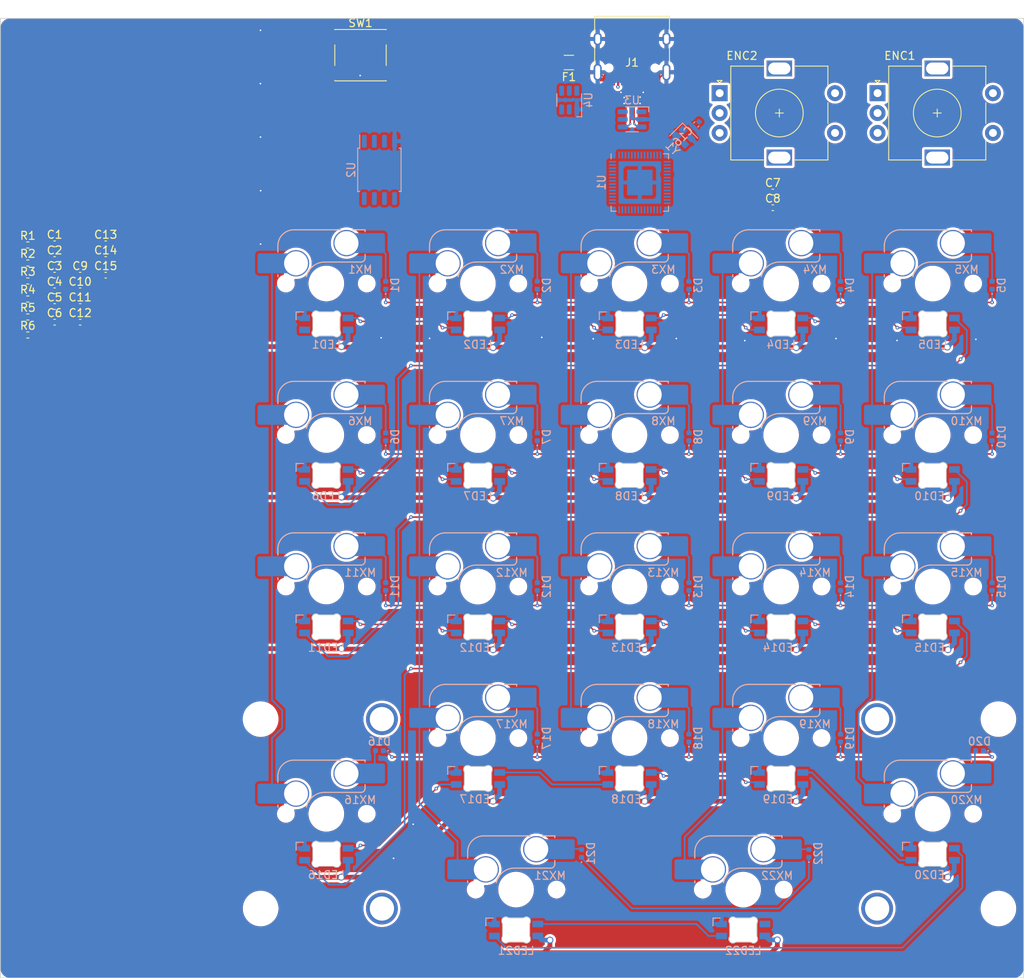
<source format=kicad_pcb>
(kicad_pcb (version 20231231) (generator "pcbnew") (generator_version "7.99")
  (layers (0 "F.Cu" signal) (31 "B.Cu" signal) (34 "B.Paste" user) (35 "F.Paste" user) (36 "B.SilkS" user "B.Silkscreen") (37 "F.SilkS" user "F.Silkscreen") (38 "B.Mask" user) (39 "F.Mask" user) (44 "Edge.Cuts" user))
  (net 0 "")
  (net 1 "Net-(D1-A)")
  (net 2 "Net-(D2-A)")
  (net 3 "Net-(D3-A)")
  (net 4 "Net-(D4-A)")
  (net 5 "Net-(D5-A)")
  (net 6 "Net-(D6-A)")
  (net 7 "Net-(D7-A)")
  (net 8 "Net-(D8-A)")
  (net 9 "Net-(D9-A)")
  (net 10 "Net-(D10-A)")
  (net 11 "Net-(D11-A)")
  (net 12 "Net-(D12-A)")
  (net 13 "Net-(D13-A)")
  (net 14 "Net-(D14-A)")
  (net 15 "Net-(D15-A)")
  (net 16 "Net-(D17-A)")
  (net 17 "Net-(D18-A)")
  (net 18 "Net-(D19-A)")
  (net 19 "Net-(LED1-DOUT)")
  (net 20 "Net-(LED2-DOUT)")
  (net 21 "Net-(LED3-DOUT)")
  (net 22 "Net-(LED4-DOUT)")
  (net 23 "Net-(LED6-DOUT)")
  (net 24 "Net-(LED7-DOUT)")
  (net 25 "Net-(LED8-DOUT)")
  (net 26 "Net-(LED10-DIN)")
  (net 27 "Net-(LED11-DOUT)")
  (net 28 "Net-(LED12-DOUT)")
  (net 29 "Net-(LED13-DOUT)")
  (net 30 "Net-(LED14-DOUT)")
  (net 31 "Net-(LED16-DOUT)")
  (net 32 "Net-(LED17-DOUT)")
  (net 33 "Net-(LED18-DOUT)")
  (net 34 "Net-(LED19-DOUT)")
  (net 35 "ROW0")
  (net 36 "ROW1")
  (net 37 "ROW2")
  (net 38 "Net-(D16-A)")
  (net 39 "ROW3")
  (net 40 "GND")
  (net 41 "+5V")
  (net 43 "ROW4")
  (net 48 "Net-(D20-A)")
  (net 49 "Net-(D22-A)")
  (net 51 "Net-(D21-A)")
  (net 52 "Net-(LED21-DOUT)")
  (net 58 "COL1")
  (net 59 "COL2")
  (net 60 "COL3")
  (net 61 "COL4")
  (net 62 "VBUS")
  (net 63 "+3V3")
  (net 64 "+1V1")
  (net 65 "XIN")
  (net 66 "XOUT")
  (net 67 "D+")
  (net 68 "D-")
  (net 70 "Net-(J1-CC1)")
  (net 71 "Net-(J1-CC2)")
  (net 73 "Net-(LED1-DIN)")
  (net 74 "LED_R0_DOUT")
  (net 75 "LED_R1_DOUT")
  (net 76 "LED_R2_DOUT")
  (net 77 "LED_R3_DOUT")
  (net 78 "COL0")
  (net 79 "~{RESET}")
  (net 80 "QSPI_SS")
  (net 81 "/~{USB_BOOT}")
  (net 82 "LED_R0_DIN")
  (net 91 "SWD")
  (net 95 "SWCLK")
  (net 115 "SD1")
  (net 116 "SD0")
  (net 117 "QSPI_SCLK")
  (net 118 "SD3")
  (net 119 "SD2")
  (footprint "Capacitor_SMD:C_0402_1005Metric" (layer "F.Cu") (at 29.83125 102.49625)
    (property "Reference" "C6")
    (property "Value" "1u")
  )
  (footprint "Rotary_Encoder:RotaryEncoder_Alps_EC11E-Switch_Vertical_H20mm" (layer "F.Cu") (at 133.24375 73.7)
    (property "Reference" "ENC1")
    (property "Value" "RotaryEncoder_Switch")
  )
  (footprint "Resistor_SMD:R_0402_1005Metric" (layer "F.Cu") (at 26.46275 95.05575)
    (property "Reference" "R2")
    (property "Value" "5.1k")
  )
  (footprint "Resistor_SMD:R_0402_1005Metric" (layer "F.Cu") (at 26.46275 99.58175)
    (property "Reference" "R4")
    (property "Value" "DNF")
  )
  (footprint "Fuse:Fuse_1206_3216Metric" (layer "F.Cu") (at 94.45625 69.85 180)
    (property "Reference" "F1")
    (property "Value" "500mA")
  )
  (footprint "Capacitor_SMD:C_0402_1005Metric" (layer "F.Cu") (at 33.04125 100.52625)
    (property "Reference" "C11")
    (property "Value" "100n")
  )
  (footprint "Capacitor_SMD:C_0402_1005Metric" (layer "F.Cu") (at 33.04125 98.55625)
    (property "Reference" "C10")
    (property "Value" "100n")
  )
  (footprint "Rotary_Encoder:RotaryEncoder_Alps_EC11E-Switch_Vertical_H20mm" (layer "F.Cu") (at 113.4 73.7)
    (property "Reference" "ENC2")
    (property "Value" "RotaryEncoder_Switch" (hide yes))
  )
  (footprint "Capacitor_SMD:C_0402_1005Metric" (layer "F.Cu") (at 29.83125 96.58625)
    (property "Reference" "C3")
    (property "Value" "100n")
  )
  (footprint "Capacitor_SMD:C_0402_1005Metric" (layer "F.Cu") (at 29.83125 98.55625)
    (property "Reference" "C4")
    (property "Value" "100n")
  )
  (footprint "Resistor_SMD:R_0402_1005Metric" (layer "F.Cu") (at 26.46275 97.31875)
    (property "Reference" "R3")
    (property "Value" "5.1k")
  )
  (footprint "Resistor_SMD:R_0402_1005Metric" (layer "F.Cu") (at 26.46275 104.10775)
    (property "Reference" "R6")
    (property "Value" "220")
  )
  (footprint "Resistor_SMD:R_0402_1005Metric" (layer "F.Cu") (at 26.46275 92.79275)
    (property "Reference" "R1")
    (property "Value" "1k")
  )
  (footprint "Capacitor_SMD:C_0402_1005Metric" (layer "F.Cu") (at 36.25125 96.58625)
    (property "Reference" "C15")
    (property "Value" "22p")
  )
  (footprint "Capacitor_SMD:C_0402_1005Metric" (layer "F.Cu") (at 33.04125 96.58625)
    (property "Reference" "C9")
    (property "Value" "100n")
  )
  (footprint "Capacitor_SMD:C_0402_1005Metric" (layer "F.Cu") (at 36.25125 92.64625)
    (property "Reference" "C13")
    (property "Value" "100n")
  )
  (footprint "Capacitor_SMD:C_0402_1005Metric" (layer "F.Cu") (at 33.04125 102.49625)
    (property "Reference" "C12")
    (property "Value" "100n")
  )
  (footprint "Resistor_SMD:R_0402_1005Metric" (layer "F.Cu") (at 26.46275 101.84475)
    (property "Reference" "R5")
    (property "Value" "1k")
  )
  (footprint "Capacitor_SMD:C_0402_1005Metric" (layer "F.Cu") (at 29.83125 100.52625)
    (property "Reference" "C5")
    (property "Value" "100n")
  )
  (footprint "Connector_USB:USB_C_Receptacle_HRO_TYPE-C-31-M-12" (layer "F.Cu") (at 102.39375 67.93625 180)
    (property "Reference" "J1")
    (property "Value" "USB_C_Receptacle_USB2.0")
  )
  (footprint "Button_Switch_SMD:SW_Push_1P1T_NO_6x6mm_H9.5mm" (layer "F.Cu") (at 68.26875 68.925)
    (property "Reference" "SW1")
    (property "Value" "SW_Push")
  )
  (footprint "PCM_marbastlib-mx:STAB_MX_P_2u" (layer "F.Cu") (at 140.17625 164.30625 90)
    (property "Reference" "S2" (hide yes))
    (property "Value" "MX_stab")
  )
  (footprint "Capacitor_SMD:C_0402_1005Metric" (layer "F.Cu") (at 29.83125 92.64625)
    (property "Reference" "C1")
    (property "Value" "10u")
  )
  (footprint "Capacitor_SMD:C_0402_1005Metric" (layer "F.Cu") (at 120.0825 88.10625)
    (property "Reference" "C8")
    (property "Value" "100n")
  )
  (footprint "Capacitor_SMD:C_0402_1005Metric" (layer "F.Cu") (at 120.0825 86.13625)
    (property "Reference" "C7")
    (property "Value" "100n")
  )
  (footprint "Capacitor_SMD:C_0402_1005Metric" (layer "F.Cu") (at 29.83125 94.61625)
    (property "Reference" "C2")
    (property "Value" "10u")
  )
  (footprint "PCM_marbastlib-mx:STAB_MX_P_2u" (layer "F.Cu") (at 63.97625 164.30625 -90)
    (property "Reference" "S1" (hide yes))
    (property "Value" "MX_stab")
  )
  (footprint "Capacitor_SMD:C_0402_1005Metric" (layer "F.Cu") (at 36.25125 94.61625)
    (property "Reference" "C14")
    (property "Value" "1u")
  )
  (footprint "PCM_marbastlib-mx:SW_MX_HS_1u" (layer "B.Cu") (at 83.02625 154.78125 180)
    (property "Reference" "MX17")
    (property "Value" "MX_SW_HS")
  )
  (footprint "PCM_marbastlib-various:SOT-23-6-routable" (layer "B.Cu") (at 94.49875 74.57 90)
    (property "Reference" "U4")
    (property "Value" "XC6206PxxxMR")
  )
  (footprint "PCM_marbastlib-mx:SW_MX_HS_1u" (layer "B.Cu") (at 102.07625 135.73125 180)
    (property "Reference" "MX13")
    (property "Value" "MX_SW_HS")
  )
  (footprint "Diode_SMD:D_0402_1005Metric" (layer "B.Cu") (at 128.5875 135.73125 90)
    (property "Reference" "D14")
    (property "Value" "D_Small")
  )
  (footprint "Diode_SMD:D_0402_1005Metric" (layer "B.Cu") (at 109.5375 154.78125 90)
    (property "Reference" "D18")
    (property "Value" "D_Small")
  )
  (footprint "PCM_marbastlib-mx:LED_MX_6028R-ROT" (layer "B.Cu") (at 63.97625 121.76125 180)
    (property "Reference" "LED6")
    (property "Value" "MX_SK6812MINI-E")
    (fp_line (start 1.699999 -0.702843) (end 1.699999 0.702841) (stroke (width 0.1)) (layer "Edge.Cuts"))
    (fp_line (start 0.794452 1.499999) (end -0.794452 1.499999) (stroke (width 0.1)) (layer "Edge.Cuts"))
    (fp_line (start -0.794452 -1.5) (end 0.794453 -1.5) (stroke (width 0.1)) (layer "Edge.Cuts"))
    (fp_line (start -1.699999 0.702841) (end -1.699999 -0.702843) (stroke (width 0.1)) (layer "Edge.Cuts"))
    (fp_arc (start 1.749484 0.919719) (mid 1.712534 0.814065) (end 1.699999 0.702841) (stroke (width 0.1)) (layer "Edge.Cuts"))
    (fp_arc (start 1.749484 0.919718) (mid 1.638073 1.504037) (end 1.046711 1.568298) (stroke (width 0.1)) (layer "Edge.Cuts"))
    (fp_arc (start 1.699999 -0.702844) (mid 1.712537 -0.814067) (end 1.749484 -0.919721) (stroke (width 0.1)) (layer "Edge.Cuts"))
    (fp_arc (start 1.046711 -1.568299) (mid 1.638071 -1.504036) (end 1.749484 -0.919721) (stroke (width 0.1)) (layer "Edge.Cuts"))
    (fp_arc (start 1.046711 -1.568299) (mid 0.925123 -1.517377) (end 0.794453 -1.5) (stroke (width 0.1)) (layer "Edge.Cuts"))
    (fp_arc (start 0.794452 1.499999) (mid 0.925123 1.517376) (end 1.046711 1.568298) (stroke (width 0.1)) (layer "Edge.Cuts"))
    (fp_arc (start -0.794453 -1.500001) (mid -0.925123 -1.517378) (end -1.046711 -1.5683) (stroke (width 0.1)) (layer "Edge.Cuts"))
    (fp_arc (start -1.04671 1.568298) (mid -0.925122 1.517376) (end -0.794452 1.499999) (stroke (width 0.1)) (layer "Edge.Cuts"))
    (fp_arc (start -1.046711 1.568296) (mid -1.63807 1.504033) (end -1.749484 0.919719) (stroke (width 0.1)) (layer "Edge.Cuts"))
    (fp_arc (start -1.699999 0.702842) (mid -1.712527 0.814067) (end -1.749484 0.919719) (stroke (width 0.1)) (layer "Edge.Cuts"))
    (fp_arc (start -1.749484 -0.919721) (mid -1.638071 -1.504036) (end -1.046711 -1.5683) (stroke (width 0.1)) (layer "Edge.Cuts"))
    (fp_arc (start -1.749484 -0.919721) (mid -1.712527 -0.814069) (end -1.699999 -0.702843) (stroke (width 0.1)) (layer "Edge.Cuts"))
  )
  (footprint "Package_DFN_QFN:QFN-56-1EP_7x7mm_P0.4mm_EP3.2x3.2mm" (layer "B.Cu") (at 103.36875 84.93125 -90)
    (property "Reference" "U1")
    (property "Value" "RP2040")
  )
  (footprint "PCM_marbastlib-mx:LED_MX_6028R-ROT" (layer "B.Cu") (at 121.12625 121.76125 180)
    (property "Reference" "LED9")
    (property "Value" "MX_SK6812MINI-E")
    (fp_line (start 1.699999 -0.702843) (end 1.699999 0.702841) (stroke (width 0.1)) (layer "Edge.Cuts"))
    (fp_line (start 0.794452 1.499999) (end -0.794452 1.499999) (stroke (width 0.1)) (layer "Edge.Cuts"))
    (fp_line (start -0.794452 -1.5) (end 0.794453 -1.5) (stroke (width 0.1)) (layer "Edge.Cuts"))
    (fp_line (start -1.699999 0.702841) (end -1.699999 -0.702843) (stroke (width 0.1)) (layer "Edge.Cuts"))
    (fp_arc (start 1.749484 0.919719) (mid 1.712534 0.814065) (end 1.699999 0.702841) (stroke (width 0.1)) (layer "Edge.Cuts"))
    (fp_arc (start 1.749484 0.919718) (mid 1.638073 1.504037) (end 1.046711 1.568298) (stroke (width 0.1)) (layer "Edge.Cuts"))
    (fp_arc (start 1.699999 -0.702844) (mid 1.712537 -0.814067) (end 1.749484 -0.919721) (stroke (width 0.1)) (layer "Edge.Cuts"))
    (fp_arc (start 1.046711 -1.568299) (mid 1.638071 -1.504036) (end 1.749484 -0.919721) (stroke (width 0.1)) (layer "Edge.Cuts"))
    (fp_arc (start 1.046711 -1.568299) (mid 0.925123 -1.517377) (end 0.794453 -1.5) (stroke (width 0.1)) (layer "Edge.Cuts"))
    (fp_arc (start 0.794452 1.499999) (mid 0.925123 1.517376) (end 1.046711 1.568298) (stroke (width 0.1)) (layer "Edge.Cuts"))
    (fp_arc (start -0.794453 -1.500001) (mid -0.925123 -1.517378) (end -1.046711 -1.5683) (stroke (width 0.1)) (layer "Edge.Cuts"))
    (fp_arc (start -1.04671 1.568298) (mid -0.925122 1.517376) (end -0.794452 1.499999) (stroke (width 0.1)) (layer "Edge.Cuts"))
    (fp_arc (start -1.046711 1.568296) (mid -1.63807 1.504033) (end -1.749484 0.919719) (stroke (width 0.1)) (layer "Edge.Cuts"))
    (fp_arc (start -1.699999 0.702842) (mid -1.712527 0.814067) (end -1.749484 0.919719) (stroke (width 0.1)) (layer "Edge.Cuts"))
    (fp_arc (start -1.749484 -0.919721) (mid -1.638071 -1.504036) (end -1.046711 -1.5683) (stroke (width 0.1)) (layer "Edge.Cuts"))
    (fp_arc (start -1.749484 -0.919721) (mid -1.712527 -0.814069) (end -1.699999 -0.702843) (stroke (width 0.1)) (layer "Edge.Cuts"))
  )
  (footprint "Diode_SMD:D_0402_1005Metric" (layer "B.Cu") (at 128.5875 116.9025 90)
    (property "Reference" "D9")
    (property "Value" "D_Small")
  )
  (footprint "PCM_marbastlib-mx:SW_MX_HS_1u" (layer "B.Cu") (at 140.17625 97.63125 180)
    (property "Reference" "MX5")
    (property "Value" "MX_SW_HS")
  )
  (footprint "PCM_marbastlib-mx:SW_MX_HS_1u" (layer "B.Cu") (at 63.97625 135.73125 180)
    (property "Reference" "MX11")
    (property "Value" "MX_SW_HS")
  )
  (footprint "Diode_SMD:D_0402_1005Metric" (layer "B.Cu") (at 128.5875 154.78125 90)
    (property "Reference" "D19")
    (property "Value" "D_Small")
  )
  (footprint "PCM_marbastlib-mx:LED_MX_6028R-ROT" (layer "B.Cu") (at 102.07625 121.76125 180)
    (property "Reference" "LED8")
    (property "Value" "MX_SK6812MINI-E")
    (fp_line (start 1.699999 -0.702843) (end 1.699999 0.702841) (stroke (width 0.1)) (layer "Edge.Cuts"))
    (fp_line (start 0.794452 1.499999) (end -0.794452 1.499999) (stroke (width 0.1)) (layer "Edge.Cuts"))
    (fp_line (start -0.794452 -1.5) (end 0.794453 -1.5) (stroke (width 0.1)) (layer "Edge.Cuts"))
    (fp_line (start -1.699999 0.702841) (end -1.699999 -0.702843) (stroke (width 0.1)) (layer "Edge.Cuts"))
    (fp_arc (start 1.749484 0.919719) (mid 1.712534 0.814065) (end 1.699999 0.702841) (stroke (width 0.1)) (layer "Edge.Cuts"))
    (fp_arc (start 1.749484 0.919718) (mid 1.638073 1.504037) (end 1.046711 1.568298) (stroke (width 0.1)) (layer "Edge.Cuts"))
    (fp_arc (start 1.699999 -0.702844) (mid 1.712537 -0.814067) (end 1.749484 -0.919721) (stroke (width 0.1)) (layer "Edge.Cuts"))
    (fp_arc (start 1.046711 -1.568299) (mid 1.638071 -1.504036) (end 1.749484 -0.919721) (stroke (width 0.1)) (layer "Edge.Cuts"))
    (fp_arc (start 1.046711 -1.568299) (mid 0.925123 -1.517377) (end 0.794453 -1.5) (stroke (width 0.1)) (layer "Edge.Cuts"))
    (fp_arc (start 0.794452 1.499999) (mid 0.925123 1.517376) (end 1.046711 1.568298) (stroke (width 0.1)) (layer "Edge.Cuts"))
    (fp_arc (start -0.794453 -1.500001) (mid -0.925123 -1.517378) (end -1.046711 -1.5683) (stroke (width 0.1)) (layer "Edge.Cuts"))
    (fp_arc (start -1.04671 1.568298) (mid -0.925122 1.517376) (end -0.794452 1.499999) (stroke (width 0.1)) (layer "Edge.Cuts"))
    (fp_arc (start -1.046711 1.568296) (mid -1.63807 1.504033) (end -1.749484 0.919719) (stroke (width 0.1)) (layer "Edge.Cuts"))
    (fp_arc (start -1.699999 0.702842) (mid -1.712527 0.814067) (end -1.749484 0.919719) (stroke (width 0.1)) (layer "Edge.Cuts"))
    (fp_arc (start -1.749484 -0.919721) (mid -1.638071 -1.504036) (end -1.046711 -1.5683) (stroke (width 0.1)) (layer "Edge.Cuts"))
    (fp_arc (start -1.749484 -0.919721) (mid -1.712527 -0.814069) (end -1.699999 -0.702843) (stroke (width 0.1)) (layer "Edge.Cuts"))
  )
  (footprint "Capacitor_SMD:C_0402_1005Metric" (layer "B.Cu") (at 110.470042 77.639891 45)
    (property "Reference" "C16")
    (property "Value" "22p" (hide yes))
  )
  (footprint "PCM_marbastlib-mx:SW_MX_HS_1.5u" (layer "B.Cu") (at 87.8205 173.83125 180)
    (property "Reference" "MX21")
    (property "Value" "MX_SW_HS")
  )
  (footprint "PCM_marbastlib-mx:LED_MX_6028R-ROT" (layer "B.Cu") (at 140.17625 121.76125 180)
    (property "Reference" "LED10")
    (property "Value" "MX_SK6812MINI-E")
    (fp_line (start 1.699999 -0.702843) (end 1.699999 0.702841) (stroke (width 0.1)) (layer "Edge.Cuts"))
    (fp_line (start 0.794452 1.499999) (end -0.794452 1.499999) (stroke (width 0.1)) (layer "Edge.Cuts"))
    (fp_line (start -0.794452 -1.5) (end 0.794453 -1.5) (stroke (width 0.1)) (layer "Edge.Cuts"))
    (fp_line (start -1.699999 0.702841) (end -1.699999 -0.702843) (stroke (width 0.1)) (layer "Edge.Cuts"))
    (fp_arc (start 1.749484 0.919719) (mid 1.712534 0.814065) (end 1.699999 0.702841) (stroke (width 0.1)) (layer "Edge.Cuts"))
    (fp_arc (start 1.749484 0.919718) (mid 1.638073 1.504037) (end 1.046711 1.568298) (stroke (width 0.1)) (layer "Edge.Cuts"))
    (fp_arc (start 1.699999 -0.702844) (mid 1.712537 -0.814067) (end 1.749484 -0.919721) (stroke (width 0.1)) (layer "Edge.Cuts"))
    (fp_arc (start 1.046711 -1.568299) (mid 1.638071 -1.504036) (end 1.749484 -0.919721) (stroke (width 0.1)) (layer "Edge.Cuts"))
    (fp_arc (start 1.046711 -1.568299) (mid 0.925123 -1.517377) (end 0.794453 -1.5) (stroke (width 0.1)) (layer "Edge.Cuts"))
    (fp_arc (start 0.794452 1.499999) (mid 0.925123 1.517376) (end 1.046711 1.568298) (stroke (width 0.1)) (layer "Edge.Cuts"))
    (fp_arc (start -0.794453 -1.500001) (mid -0.925123 -1.517378) (end -1.046711 -1.5683) (stroke (width 0.1)) (layer "Edge.Cuts"))
    (fp_arc (start -1.04671 1.568298) (mid -0.925122 1.517376) (end -0.794452 1.499999) (stroke (width 0.1)) (layer "Edge.Cuts"))
    (fp_arc (start -1.046711 1.568296) (mid -1.63807 1.504033) (end -1.749484 0.919719) (stroke (width 0.1)) (layer "Edge.Cuts"))
    (fp_arc (start -1.699999 0.702842) (mid -1.712527 0.814067) (end -1.749484 0.919719) (stroke (width 0.1)) (layer "Edge.Cuts"))
    (fp_arc (start -1.749484 -0.919721) (mid -1.638071 -1.504036) (end -1.046711 -1.5683) (stroke (width 0.1)) (layer "Edge.Cuts"))
    (fp_arc (start -1.749484 -0.919721) (mid -1.712527 -0.814069) (end -1.699999 -0.702843) (stroke (width 0.1)) (layer "Edge.Cuts"))
  )
  (footprint "Diode_SMD:D_0402_1005Metric" (layer "B.Cu") (at 128.5875 97.8525 90)
    (property "Reference" "D4")
    (property "Value" "D_Small")
  )
  (footprint "PCM_marbastlib-mx:LED_MX_6028R-ROT" (layer "B.Cu") (at 102.07625 102.71125 180)
    (property "Reference" "LED3")
    (property "Value" "MX_SK6812MINI-E")
    (fp_line (start 1.699999 -0.702843) (end 1.699999 0.702841) (stroke (width 0.1)) (layer "Edge.Cuts"))
    (fp_line (start 0.794452 1.499999) (end -0.794452 1.499999) (stroke (width 0.1)) (layer "Edge.Cuts"))
    (fp_line (start -0.794452 -1.5) (end 0.794453 -1.5) (stroke (width 0.1)) (layer "Edge.Cuts"))
    (fp_line (start -1.699999 0.702841) (end -1.699999 -0.702843) (stroke (width 0.1)) (layer "Edge.Cuts"))
    (fp_arc (start 1.749484 0.919719) (mid 1.712534 0.814065) (end 1.699999 0.702841) (stroke (width 0.1)) (layer "Edge.Cuts"))
    (fp_arc (start 1.749484 0.919718) (mid 1.638073 1.504037) (end 1.046711 1.568298) (stroke (width 0.1)) (layer "Edge.Cuts"))
    (fp_arc (start 1.699999 -0.702844) (mid 1.712537 -0.814067) (end 1.749484 -0.919721) (stroke (width 0.1)) (layer "Edge.Cuts"))
    (fp_arc (start 1.046711 -1.568299) (mid 1.638071 -1.504036) (end 1.749484 -0.919721) (stroke (width 0.1)) (layer "Edge.Cuts"))
    (fp_arc (start 1.046711 -1.568299) (mid 0.925123 -1.517377) (end 0.794453 -1.5) (stroke (width 0.1)) (layer "Edge.Cuts"))
    (fp_arc (start 0.794452 1.499999) (mid 0.925123 1.517376) (end 1.046711 1.568298) (stroke (width 0.1)) (layer "Edge.Cuts"))
    (fp_arc (start -0.794453 -1.500001) (mid -0.925123 -1.517378) (end -1.046711 -1.5683) (stroke (width 0.1)) (layer "Edge.Cuts"))
    (fp_arc (start -1.04671 1.568298) (mid -0.925122 1.517376) (end -0.794452 1.499999) (stroke (width 0.1)) (layer "Edge.Cuts"))
    (fp_arc (start -1.046711 1.568296) (mid -1.63807 1.504033) (end -1.749484 0.919719) (stroke (width 0.1)) (layer "Edge.Cuts"))
    (fp_arc (start -1.699999 0.702842) (mid -1.712527 0.814067) (end -1.749484 0.919719) (stroke (width 0.1)) (layer "Edge.Cuts"))
    (fp_arc (start -1.749484 -0.919721) (mid -1.638071 -1.504036) (end -1.046711 -1.5683) (stroke (width 0.1)) (layer "Edge.Cuts"))
    (fp_arc (start -1.749484 -0.919721) (mid -1.712527 -0.814069) (end -1.699999 -0.702843) (stroke (width 0.1)) (layer "Edge.Cuts"))
  )
  (footprint "PCM_marbastlib-mx:LED_MX_6028R-ROT" (layer "B.Cu") (at 102.07625 140.81125 180)
    (property "Reference" "LED13")
    (property "Value" "MX_SK6812MINI-E")
    (fp_line (start 1.699999 -0.702843) (end 1.699999 0.702841) (stroke (width 0.1)) (layer "Edge.Cuts"))
    (fp_line (start 0.794452 1.499999) (end -0.794452 1.499999) (stroke (width 0.1)) (layer "Edge.Cuts"))
    (fp_line (start -0.794452 -1.5) (end 0.794453 -1.5) (stroke (width 0.1)) (layer "Edge.Cuts"))
    (fp_line (start -1.699999 0.702841) (end -1.699999 -0.702843) (stroke (width 0.1)) (layer "Edge.Cuts"))
    (fp_arc (start 1.749484 0.919719) (mid 1.712534 0.814065) (end 1.699999 0.702841) (stroke (width 0.1)) (layer "Edge.Cuts"))
    (fp_arc (start 1.749484 0.919718) (mid 1.638073 1.504037) (end 1.046711 1.568298) (stroke (width 0.1)) (layer "Edge.Cuts"))
    (fp_arc (start 1.699999 -0.702844) (mid 1.712537 -0.814067) (end 1.749484 -0.919721) (stroke (width 0.1)) (layer "Edge.Cuts"))
    (fp_arc (start 1.046711 -1.568299) (mid 1.638071 -1.504036) (end 1.749484 -0.919721) (stroke (width 0.1)) (layer "Edge.Cuts"))
    (fp_arc (start 1.046711 -1.568299) (mid 0.925123 -1.517377) (end 0.794453 -1.5) (stroke (width 0.1)) (layer "Edge.Cuts"))
    (fp_arc (start 0.794452 1.499999) (mid 0.925123 1.517376) (end 1.046711 1.568298) (stroke (width 0.1)) (layer "Edge.Cuts"))
    (fp_arc (start -0.794453 -1.500001) (mid -0.925123 -1.517378) (end -1.046711 -1.5683) (stroke (width 0.1)) (layer "Edge.Cuts"))
    (fp_arc (start -1.04671 1.568298) (mid -0.925122 1.517376) (end -0.794452 1.499999) (stroke (width 0.1)) (layer "Edge.Cuts"))
    (fp_arc (start -1.046711 1.568296) (mid -1.63807 1.504033) (end -1.749484 0.919719) (stroke (width 0.1)) (layer "Edge.Cuts"))
    (fp_arc (start -1.699999 0.702842) (mid -1.712527 0.814067) (end -1.749484 0.919719) (stroke (width 0.1)) (layer "Edge.Cuts"))
    (fp_arc (start -1.749484 -0.919721) (mid -1.638071 -1.504036) (end -1.046711 -1.5683) (stroke (width 0.1)) (layer "Edge.Cuts"))
    (fp_arc (start -1.749484 -0.919721) (mid -1.712527 -0.814069) (end -1.699999 -0.702843) (stroke (width 0.1)) (layer "Edge.Cuts"))
  )
  (footprint "PCM_marbastlib-mx:LED_MX_6028R-ROT" (layer "B.Cu") (at 83.02625 102.71125 180)
    (property "Reference" "LED2")
    (property "Value" "MX_SK6812MINI-E")
    (fp_line (start 1.699999 -0.702843) (end 1.699999 0.702841) (stroke (width 0.1)) (layer "Edge.Cuts"))
    (fp_line (start 0.794452 1.499999) (end -0.794452 1.499999) (stroke (width 0.1)) (layer "Edge.Cuts"))
    (fp_line (start -0.794452 -1.5) (end 0.794453 -1.5) (stroke (width 0.1)) (layer "Edge.Cuts"))
    (fp_line (start -1.699999 0.702841) (end -1.699999 -0.702843) (stroke (width 0.1)) (layer "Edge.Cuts"))
    (fp_arc (start 1.749484 0.919719) (mid 1.712534 0.814065) (end 1.699999 0.702841) (stroke (width 0.1)) (layer "Edge.Cuts"))
    (fp_arc (start 1.749484 0.919718) (mid 1.638073 1.504037) (end 1.046711 1.568298) (stroke (width 0.1)) (layer "Edge.Cuts"))
    (fp_arc (start 1.699999 -0.702844) (mid 1.712537 -0.814067) (end 1.749484 -0.919721) (stroke (width 0.1)) (layer "Edge.Cuts"))
    (fp_arc (start 1.046711 -1.568299) (mid 1.638071 -1.504036) (end 1.749484 -0.919721) (stroke (width 0.1)) (layer "Edge.Cuts"))
    (fp_arc (start 1.046711 -1.568299) (mid 0.925123 -1.517377) (end 0.794453 -1.5) (stroke (width 0.1)) (layer "Edge.Cuts"))
    (fp_arc (start 0.794452 1.499999) (mid 0.925123 1.517376) (end 1.046711 1.568298) (stroke (width 0.1)) (layer "Edge.Cuts"))
    (fp_arc (start -0.794453 -1.500001) (mid -0.925123 -1.517378) (end -1.046711 -1.5683) (stroke (width 0.1)) (layer "Edge.Cuts"))
    (fp_arc (start -1.04671 1.568298) (mid -0.925122 1.517376) (end -0.794452 1.499999) (stroke (width 0.1)) (layer "Edge.Cuts"))
    (fp_arc (start -1.046711 1.568296) (mid -1.63807 1.504033) (end -1.749484 0.919719) (stroke (width 0.1)) (layer "Edge.Cuts"))
    (fp_arc (start -1.699999 0.702842) (mid -1.712527 0.814067) (end -1.749484 0.919719) (stroke (width 0.1)) (layer "Edge.Cuts"))
    (fp_arc (start -1.749484 -0.919721) (mid -1.638071 -1.504036) (end -1.046711 -1.5683) (stroke (width 0.1)) (layer "Edge.Cuts"))
    (fp_arc (start -1.749484 -0.919721) (mid -1.712527 -0.814069) (end -1.699999 -0.702843) (stroke (width 0.1)) (layer "Edge.Cuts"))
  )
  (footprint "PCM_marbastlib-mx:LED_MX_6028R-ROT" (layer "B.Cu") (at 63.97625 102.71125 180)
    (property "Reference" "LED1")
    (property "Value" "MX_SK6812MINI-E")
    (fp_line (start 1.699999 -0.702843) (end 1.699999 0.702841) (stroke (width 0.1)) (layer "Edge.Cuts"))
    (fp_line (start 0.794452 1.499999) (end -0.794452 1.499999) (stroke (width 0.1)) (layer "Edge.Cuts"))
    (fp_line (start -0.794452 -1.5) (end 0.794453 -1.5) (stroke (width 0.1)) (layer "Edge.Cuts"))
    (fp_line (start -1.699999 0.702841) (end -1.699999 -0.702843) (stroke (width 0.1)) (layer "Edge.Cuts"))
    (fp_arc (start 1.749484 0.919719) (mid 1.712534 0.814065) (end 1.699999 0.702841) (stroke (width 0.1)) (layer "Edge.Cuts"))
    (fp_arc (start 1.749484 0.919718) (mid 1.638073 1.504037) (end 1.046711 1.568298) (stroke (width 0.1)) (layer "Edge.Cuts"))
    (fp_arc (start 1.699999 -0.702844) (mid 1.712537 -0.814067) (end 1.749484 -0.919721) (stroke (width 0.1)) (layer "Edge.Cuts"))
    (fp_arc (start 1.046711 -1.568299) (mid 1.638071 -1.504036) (end 1.749484 -0.919721) (stroke (width 0.1)) (layer "Edge.Cuts"))
    (fp_arc (start 1.046711 -1.568299) (mid 0.925123 -1.517377) (end 0.794453 -1.5) (stroke (width 0.1)) (layer "Edge.Cuts"))
    (fp_arc (start 0.794452 1.499999) (mid 0.925123 1.517376) (end 1.046711 1.568298) (stroke (width 0.1)) (layer "Edge.Cuts"))
    (fp_arc (start -0.794453 -1.500001) (mid -0.925123 -1.517378) (end -1.046711 -1.5683) (stroke (width 0.1)) (layer "Edge.Cuts"))
    (fp_arc (start -1.04671 1.568298) (mid -0.925122 1.517376) (end -0.794452 1.499999) (stroke (width 0.1)) (layer "Edge.Cuts"))
    (fp_arc (start -1.046711 1.568296) (mid -1.63807 1.504033) (end -1.749484 0.919719) (stroke (width 0.1)) (layer "Edge.Cuts"))
    (fp_arc (start -1.699999 0.702842) (mid -1.712527 0.814067) (end -1.749484 0.919719) (stroke (width 0.1)) (layer "Edge.Cuts"))
    (fp_arc (start -1.749484 -0.919721) (mid -1.638071 -1.504036) (end -1.046711 -1.5683) (stroke (width 0.1)) (layer "Edge.Cuts"))
    (fp_arc (start -1.749484 -0.919721) (mid -1.712527 -0.814069) (end -1.699999 -0.702843) (stroke (width 0.1)) (layer "Edge.Cuts"))
  )
  (footprint "PCM_marbastlib-mx:SW_MX_HS_1u" (layer "B.Cu") (at 121.12625 116.68125 180)
    (property "Reference" "MX9")
    (property "Value" "MX_SW_HS")
  )
  (footprint "PCM_marbastlib-mx:SW_MX_HS_1u" (layer "B.Cu") (at 102.07625 97.63125 180)
    (property "Reference" "MX3")
    (property "Value" "MX_SW_HS")
  )
  (footprint "PCM_marbastlib-mx:LED_MX_6028R-ROT" (layer "B.Cu") (at 121.12625 140.81125 180)
    (property "Reference" "LED14")
    (property "Value" "MX_SK6812MINI-E")
    (fp_line (start 1.699999 -0.702843) (end 1.699999 0.702841) (stroke (width 0.1)) (layer "Edge.Cuts"))
    (fp_line (start 0.794452 1.499999) (end -0.794452 1.499999) (stroke (width 0.1)) (layer "Edge.Cuts"))
    (fp_line (start -0.794452 -1.5) (end 0.794453 -1.5) (stroke (width 0.1)) (layer "Edge.Cuts"))
    (fp_line (start -1.699999 0.702841) (end -1.699999 -0.702843) (stroke (width 0.1)) (layer "Edge.Cuts"))
    (fp_arc (start 1.749484 0.919719) (mid 1.712534 0.814065) (end 1.699999 0.702841) (stroke (width 0.1)) (layer "Edge.Cuts"))
    (fp_arc (start 1.749484 0.919718) (mid 1.638073 1.504037) (end 1.046711 1.568298) (stroke (width 0.1)) (layer "Edge.Cuts"))
    (fp_arc (start 1.699999 -0.702844) (mid 1.712537 -0.814067) (end 1.749484 -0.919721) (stroke (width 0.1)) (layer "Edge.Cuts"))
    (fp_arc (start 1.046711 -1.568299) (mid 1.638071 -1.504036) (end 1.749484 -0.919721) (stroke (width 0.1)) (layer "Edge.Cuts"))
    (fp_arc (start 1.046711 -1.568299) (mid 0.925123 -1.517377) (end 0.794453 -1.5) (stroke (width 0.1)) (layer "Edge.Cuts"))
    (fp_arc (start 0.794452 1.499999) (mid 0.925123 1.517376) (end 1.046711 1.568298) (stroke (width 0.1)) (layer "Edge.Cuts"))
    (fp_arc (start -0.794453 -1.500001) (mid -0.925123 -1.517378) (end -1.046711 -1.5683) (stroke (width 0.1)) (layer "Edge.Cuts"))
    (fp_arc (start -1.04671 1.568298) (mid -0.925122 1.517376) (end -0.794452 1.499999) (stroke (width 0.1)) (layer "Edge.Cuts"))
    (fp_arc (start -1.046711 1.568296) (mid -1.63807 1.504033) (end -1.749484 0.919719) (stroke (width 0.1)) (layer "Edge.Cuts"))
    (fp_arc (start -1.699999 0.702842) (mid -1.712527 0.814067) (end -1.749484 0.919719) (stroke (width 0.1)) (layer "Edge.Cuts"))
    (fp_arc (start -1.749484 -0.919721) (mid -1.638071 -1.504036) (end -1.046711 -1.5683) (stroke (width 0.1)) (layer "Edge.Cuts"))
    (fp_arc (start -1.749484 -0.919721) (mid -1.712527 -0.814069) (end -1.699999 -0.702843) (stroke (width 0.1)) (layer "Edge.Cuts"))
  )
  (footprint "Diode_SMD:D_0402_1005Metric" (layer "B.Cu") (at 70.64375 156.36875 180)
    (property "Reference" "D16")
    (property "Value" "D_Small")
  )
  (footprint "PCM_marbastlib-mx:SW_MX_HS_1u" (layer "B.Cu") (at 83.02625 135.73125 180)
    (property "Reference" "MX12")
    (property "Value" "MX_SW_HS")
  )
  (footprint "PCM_marbastlib-mx:SW_MX_HS_1u" (layer "B.Cu") (at 63.97625 97.63125 180)
    (property "Reference" "MX1")
    (property "Value" "MX_SW_HS")
  )
  (footprint "PCM_marbastlib-mx:SW_MX_HS_1u" (layer "B.Cu") (at 83.02625 97.63125 180)
    (property "Reference" "MX2")
    (property "Value" "MX_SW_HS")
  )
  (footprint "Diode_SMD:D_0402_1005Metric" (layer "B.Cu") (at 71.4375 116.9025 90)
    (property "Reference" "D6")
    (property "Value" "D_Small")
  )
  (footprint "PCM_marbastlib-mx:SW_MX_HS_1u" (layer "B.Cu") (at 121.12625 135.73125 180)
    (property "Reference" "MX14")
    (property "Value" "MX_SW_HS")
  )
  (footprint "PCM_marbastlib-mx:LED_MX_6028R-ROT" (layer "B.Cu") (at 116.36375 178.91125 180)
    (property "Reference" "LED22")
    (property "Value" "MX_SK6812MINI-E")
    (fp_line (start 1.699999 -0.702843) (end 1.699999 0.702841) (stroke (width 0.1)) (layer "Edge.Cuts"))
    (fp_line (start 0.794452 1.499999) (end -0.794452 1.499999) (stroke (width 0.1)) (layer "Edge.Cuts"))
    (fp_line (start -0.794452 -1.5) (end 0.794453 -1.5) (stroke (width 0.1)) (layer "Edge.Cuts"))
    (fp_line (start -1.699999 0.702841) (end -1.699999 -0.702843) (stroke (width 0.1)) (layer "Edge.Cuts"))
    (fp_arc (start 1.749484 0.919719) (mid 1.712534 0.814065) (end 1.699999 0.702841) (stroke (width 0.1)) (layer "Edge.Cuts"))
    (fp_arc (start 1.749484 0.919718) (mid 1.638073 1.504037) (end 1.046711 1.568298) (stroke (width 0.1)) (layer "Edge.Cuts"))
    (fp_arc (start 1.699999 -0.702844) (mid 1.712537 -0.814067) (end 1.749484 -0.919721) (stroke (width 0.1)) (layer "Edge.Cuts"))
    (fp_arc (start 1.046711 -1.568299) (mid 1.638071 -1.504036) (end 1.749484 -0.919721) (stroke (width 0.1)) (layer "Edge.Cuts"))
    (fp_arc (start 1.046711 -1.568299) (mid 0.925123 -1.517377) (end 0.794453 -1.5) (stroke (width 0.1)) (layer "Edge.Cuts"))
    (fp_arc (start 0.794452 1.499999) (mid 0.925123 1.517376) (end 1.046711 1.568298) (stroke (width 0.1)) (layer "Edge.Cuts"))
    (fp_arc (start -0.794453 -1.500001) (mid -0.925123 -1.517378) (end -1.046711 -1.5683) (stroke (width 0.1)) (layer "Edge.Cuts"))
    (fp_arc (start -1.04671 1.568298) (mid -0.925122 1.517376) (end -0.794452 1.499999) (stroke (width 0.1)) (layer "Edge.Cuts"))
    (fp_arc (start -1.046711 1.568296) (mid -1.63807 1.504033) (end -1.749484 0.919719) (stroke (width 0.1)) (layer "Edge.Cuts"))
    (fp_arc (start -1.699999 0.702842) (mid -1.712527 0.814067) (end -1.749484 0.919719) (stroke (width 0.1)) (layer "Edge.Cuts"))
    (fp_arc (start -1.749484 -0.919721) (mid -1.638071 -1.504036) (end -1.046711 -1.5683) (stroke (width 0.1)) (layer "Edge.Cuts"))
    (fp_arc (start -1.749484 -0.919721) (mid -1.712527 -0.814069) (end -1.699999 -0.702843) (stroke (width 0.1)) (layer "Edge.Cuts"))
  )
  (footprint "PCM_marbastlib-mx:SW_MX_HS_1u" (layer "B.Cu") (at 63.97625 164.30625 180)
    (property "Reference" "MX16")
    (property "Value" "MX_SW_HS")
  )
  (footprint "Diode_SMD:D_0402_1005Metric" (layer "B.Cu") (at 147.6375 97.8525 90)
    (property "Reference" "D5")
    (property "Value" "D_Small")
  )
  (footprint "PCM_marbastlib-mx:LED_MX_6028R-ROT" (layer "B.Cu") (at 87.8205 178.91125 180)
    (property "Reference" "LED21")
    (property "Value" "MX_SK6812MINI-E")
    (fp_line (start 1.699999 -0.702843) (end 1.699999 0.702841) (stroke (width 0.1)) (layer "Edge.Cuts"))
    (fp_line (start 0.794452 1.499999) (end -0.794452 1.499999) (stroke (width 0.1)) (layer "Edge.Cuts"))
    (fp_line (start -0.794452 -1.5) (end 0.794453 -1.5) (stroke (width 0.1)) (layer "Edge.Cuts"))
    (fp_line (start -1.699999 0.702841) (end -1.699999 -0.702843) (stroke (width 0.1)) (layer "Edge.Cuts"))
    (fp_arc (start 1.749484 0.919719) (mid 1.712534 0.814065) (end 1.699999 0.702841) (stroke (width 0.1)) (layer "Edge.Cuts"))
    (fp_arc (start 1.749484 0.919718) (mid 1.638073 1.504037) (end 1.046711 1.568298) (stroke (width 0.1)) (layer "Edge.Cuts"))
    (fp_arc (start 1.699999 -0.702844) (mid 1.712537 -0.814067) (end 1.749484 -0.919721) (stroke (width 0.1)) (layer "Edge.Cuts"))
    (fp_arc (start 1.046711 -1.568299) (mid 1.638071 -1.504036) (end 1.749484 -0.919721) (stroke (width 0.1)) (layer "Edge.Cuts"))
    (fp_arc (start 1.046711 -1.568299) (mid 0.925123 -1.517377) (end 0.794453 -1.5) (stroke (width 0.1)) (layer "Edge.Cuts"))
    (fp_arc (start 0.794452 1.499999) (mid 0.925123 1.517376) (end 1.046711 1.568298) (stroke (width 0.1)) (layer "Edge.Cuts"))
    (fp_arc (start -0.794453 -1.500001) (mid -0.925123 -1.517378) (end -1.046711 -1.5683) (stroke (width 0.1)) (layer "Edge.Cuts"))
    (fp_arc (start -1.04671 1.568298) (mid -0.925122 1.517376) (end -0.794452 1.499999) (stroke (width 0.1)) (layer "Edge.Cuts"))
    (fp_arc (start -1.046711 1.568296) (mid -1.63807 1.504033) (end -1.749484 0.919719) (stroke (width 0.1)) (layer "Edge.Cuts"))
    (fp_arc (start -1.699999 0.702842) (mid -1.712527 0.814067) (end -1.749484 0.919719) (stroke (width 0.1)) (layer "Edge.Cuts"))
    (fp_arc (start -1.749484 -0.919721) (mid -1.638071 -1.504036) (end -1.046711 -1.5683) (stroke (width 0.1)) (layer "Edge.Cuts"))
    (fp_arc (start -1.749484 -0.919721) (mid -1.712527 -0.814069) (end -1.699999 -0.702843) (stroke (width 0.1)) (layer "Edge.Cuts"))
  )
  (footprint "Diode_SMD:D_0402_1005Metric" (layer "B.Cu") (at 96.04375 169.29 90)
    (property "Reference" "D21")
    (property "Value" "D_Small")
  )
  (footprint "Diode_SMD:D_0402_1005Metric" (layer "B.Cu") (at 90.4875 135.73125 90)
    (property "Reference" "D12")
    (property "Value" "D_Small")
  )
  (footprint "PCM_marbastlib-mx:LED_MX_6028R-ROT" (layer "B.Cu") (at 102.07625 159.86125 180)
    (property "Reference" "LED18")
    (property "Value" "MX_SK6812MINI-E")
    (fp_line (start 1.699999 -0.702843) (end 1.699999 0.702841) (stroke (width 0.1)) (layer "Edge.Cuts"))
    (fp_line (start 0.794452 1.499999) (end -0.794452 1.499999) (stroke (width 0.1)) (layer "Edge.Cuts"))
    (fp_line (start -0.794452 -1.5) (end 0.794453 -1.5) (stroke (width 0.1)) (layer "Edge.Cuts"))
    (fp_line (start -1.699999 0.702841) (end -1.699999 -0.702843) (stroke (width 0.1)) (layer "Edge.Cuts"))
    (fp_arc (start 1.749484 0.919719) (mid 1.712534 0.814065) (end 1.699999 0.702841) (stroke (width 0.1)) (layer "Edge.Cuts"))
    (fp_arc (start 1.749484 0.919718) (mid 1.638073 1.504037) (end 1.046711 1.568298) (stroke (width 0.1)) (layer "Edge.Cuts"))
    (fp_arc (start 1.699999 -0.702844) (mid 1.712537 -0.814067) (end 1.749484 -0.919721) (stroke (width 0.1)) (layer "Edge.Cuts"))
    (fp_arc (start 1.046711 -1.568299) (mid 1.638071 -1.504036) (end 1.749484 -0.919721) (stroke (width 0.1)) (layer "Edge.Cuts"))
    (fp_arc (start 1.046711 -1.568299) (mid 0.925123 -1.517377) (end 0.794453 -1.5) (stroke (width 0.1)) (layer "Edge.Cuts"))
    (fp_arc (start 0.794452 1.499999) (mid 0.925123 1.517376) (end 1.046711 1.568298) (stroke (width 0.1)) (layer "Edge.Cuts"))
    (fp_arc (start -0.794453 -1.500001) (mid -0.925123 -1.517378) (end -1.046711 -1.5683) (stroke (width 0.1)) (layer "Edge.Cuts"))
    (fp_arc (start -1.04671 1.568298) (mid -0.925122 1.517376) (end -0.794452 1.499999) (stroke (width 0.1)) (layer "Edge.Cuts"))
    (fp_arc (start -1.046711 1.568296) (mid -1.63807 1.504033) (end -1.749484 0.919719) (stroke (width 0.1)) (layer "Edge.Cuts"))
    (fp_arc (start -1.699999 0.702842) (mid -1.712527 0.814067) (end -1.749484 0.919719) (stroke (width 0.1)) (layer "Edge.Cuts"))
    (fp_arc (start -1.749484 -0.919721) (mid -1.638071 -1.504036) (end -1.046711 -1.5683) (stroke (width 0.1)) (layer "Edge.Cuts"))
    (fp_arc (start -1.749484 -0.919721) (mid -1.712527 -0.814069) (end -1.699999 -0.702843) (stroke (width 0.1)) (layer "Edge.Cuts"))
  )
  (footprint "PCM_marbastlib-mx:LED_MX_6028R-ROT" (layer "B.Cu") (at 140.17625 102.71125 180)
    (property "Reference" "LED5")
    (property "Value" "MX_SK6812MINI-E")
    (fp_line (start 1.699999 -0.702843) (end 1.699999 0.702841) (stroke (width 0.1)) (layer "Edge.Cuts"))
    (fp_line (start 0.794452 1.499999) (end -0.794452 1.499999) (stroke (width 0.1)) (layer "Edge.Cuts"))
    (fp_line (start -0.794452 -1.5) (end 0.794453 -1.5) (stroke (width 0.1)) (layer "Edge.Cuts"))
    (fp_line (start -1.699999 0.702841) (end -1.699999 -0.702843) (stroke (width 0.1)) (layer "Edge.Cuts"))
    (fp_arc (start 1.749484 0.919719) (mid 1.712534 0.814065) (end 1.699999 0.702841) (stroke (width 0.1)) (layer "Edge.Cuts"))
    (fp_arc (start 1.749484 0.919718) (mid 1.638073 1.504037) (end 1.046711 1.568298) (stroke (width 0.1)) (layer "Edge.Cuts"))
    (fp_arc (start 1.699999 -0.702844) (mid 1.712537 -0.814067) (end 1.749484 -0.919721) (stroke (width 0.1)) (layer "Edge.Cuts"))
    (fp_arc (start 1.046711 -1.568299) (mid 1.638071 -1.504036) (end 1.749484 -0.919721) (stroke (width 0.1)) (layer "Edge.Cuts"))
    (fp_arc (start 1.046711 -1.568299) (mid 0.925123 -1.517377) (end 0.794453 -1.5) (stroke (width 0.1)) (layer "Edge.Cuts"))
    (fp_arc (start 0.794452 1.499999) (mid 0.925123 1.517376) (end 1.046711 1.568298) (stroke (width 0.1)) (layer "Edge.Cuts"))
    (fp_arc (start -0.794453 -1.500001) (mid -0.925123 -1.517378) (end -1.046711 -1.5683) (stroke (width 0.1)) (layer "Edge.Cuts"))
    (fp_arc (start -1.04671 1.568298) (mid -0.925122 1.517376) (end -0.794452 1.499999) (stroke (width 0.1)) (layer "Edge.Cuts"))
    (fp_arc (start -1.046711 1.568296) (mid -1.63807 1.504033) (end -1.749484 0.919719) (stroke (width 0.1)) (layer "Edge.Cuts"))
    (fp_arc (start -1.699999 0.702842) (mid -1.712527 0.814067) (end -1.749484 0.919719) (stroke (width 0.1)) (layer "Edge.Cuts"))
    (fp_arc (start -1.749484 -0.919721) (mid -1.638071 -1.504036) (end -1.046711 -1.5683) (stroke (width 0.1)) (layer "Edge.Cuts"))
    (fp_arc (start -1.749484 -0.919721) (mid -1.712527 -0.814069) (end -1.699999 -0.702843) (stroke (width 0.1)) (layer "Edge.Cuts"))
  )
  (footprint "Crystal:Crystal_SMD_2016-4Pin_2.0x1.6mm" (layer "B.Cu") (at 108.882542 79.227391 -45)
    (property "Reference" "Y1")
    (property "Value" "Crystal_GND24_Small" (hide yes))
  )
  (footprint "PCM_marbastlib-mx:SW_MX_HS_1u" (layer "B.Cu") (at 121.12625 154.78125 180)
    (property "Reference" "MX19")
    (property "Value" "MX_SW_HS")
  )
  (footprint "PCM_marbastlib-mx:SW_MX_HS_1u" (layer "B.Cu") (at 83.02625 116.68125 180)
    (property "Reference" "MX7")
    (property "Value" "MX_SW_HS")
  )
  (footprint "PCM_marbastlib-mx:SW_MX_HS_1u" (layer "B.Cu") (at 140.17625 135.73125 180)
    (property "Reference" "MX15")
    (property "Value" "MX_SW_HS")
  )
  (footprint "Diode_SMD:D_0402_1005Metric" (layer "B.Cu") (at 90.4875 154.78125 90)
    (property "Reference" "D17")
    (property "Value" "D_Small")
  )
  (footprint "PCM_marbastlib-various:SOT-23-6-routable" (layer "B.Cu") (at 102.39375 76.99375 180)
    (property "Reference" "U3")
    (property "Value" "SRV05-4")
  )
  (footprint "PCM_marbastlib-mx:LED_MX_6028R-ROT" (layer "B.Cu") (at 140.17625 169.38625 180)
    (property "Reference" "LED20")
    (property "Value" "MX_SK6812MINI-E")
    (fp_line (start 1.699999 -0.702843) (end 1.699999 0.702841) (stroke (width 0.1)) (layer "Edge.Cuts"))
    (fp_line (start 0.794452 1.499999) (end -0.794452 1.499999) (stroke (width 0.1)) (layer "Edge.Cuts"))
    (fp_line (start -0.794452 -1.5) (end 0.794453 -1.5) (stroke (width 0.1)) (layer "Edge.Cuts"))
    (fp_line (start -1.699999 0.702841) (end -1.699999 -0.702843) (stroke (width 0.1)) (layer "Edge.Cuts"))
    (fp_arc (start 1.749484 0.919719) (mid 1.712534 0.814065) (end 1.699999 0.702841) (stroke (width 0.1)) (layer "Edge.Cuts"))
    (fp_arc (start 1.749484 0.919718) (mid 1.638073 1.504037) (end 1.046711 1.568298) (stroke (width 0.1)) (layer "Edge.Cuts"))
    (fp_arc (start 1.699999 -0.702844) (mid 1.712537 -0.814067) (end 1.749484 -0.919721) (stroke (width 0.1)) (layer "Edge.Cuts"))
    (fp_arc (start 1.046711 -1.568299) (mid 1.638071 -1.504036) (end 1.749484 -0.919721) (stroke (width 0.1)) (layer "Edge.Cuts"))
    (fp_arc (start 1.046711 -1.568299) (mid 0.925123 -1.517377) (end 0.794453 -1.5) (stroke (width 0.1)) (layer "Edge.Cuts"))
    (fp_arc (start 0.794452 1.499999) (mid 0.925123 1.517376) (end 1.046711 1.568298) (stroke (width 0.1)) (layer "Edge.Cuts"))
    (fp_arc (start -0.794453 -1.500001) (mid -0.925123 -1.517378) (end -1.046711 -1.5683) (stroke (width 0.1)) (layer "Edge.Cuts"))
    (fp_arc (start -1.04671 1.568298) (mid -0.925122 1.517376) (end -0.794452 1.499999) (stroke (width 0.1)) (layer "Edge.Cuts"))
    (fp_arc (start -1.046711 1.568296) (mid -1.63807 1.504033) (end -1.749484 0.919719) (stroke (width 0.1)) (layer "Edge.Cuts"))
    (fp_arc (start -1.699999 0.702842) (mid -1.712527 0.814067) (end -1.749484 0.919719) (stroke (width 0.1)) (layer "Edge.Cuts"))
    (fp_arc (start -1.749484 -0.919721) (mid -1.638071 -1.504036) (end -1.046711 -1.5683) (stroke (width 0.1)) (layer "Edge.Cuts"))
    (fp_arc (start -1.749484 -0.919721) (mid -1.712527 -0.814069) (end -1.699999 -0.702843) (stroke (width 0.1)) (layer "Edge.Cuts"))
  )
  (footprint "PCM_marbastlib-mx:SW_MX_HS_1u" (layer "B.Cu") (at 140.17625 116.68125 180)
    (property "Reference" "MX10")
    (property "Value" "MX_SW_HS")
  )
  (footprint "PCM_marbastlib-mx:SW_MX_HS_1u" (layer "B.Cu") (at 121.12625 97.63125 180)
    (property "Reference" "MX4")
    (property "Value" "MX_SW_HS")
  )
  (footprint "Diode_SMD:D_0402_1005Metric" (layer "B.Cu") (at 90.4875 97.8525 90)
    (property "Reference" "D2")
    (property "Value" "D_Small")
  )
  (footprint "Diode_SMD:D_0402_1005Metric" (layer "B.Cu") (at 90.4875 116.9025 90)
    (property "Reference" "D7")
    (property "Value" "D_Small")
  )
  (footprint "PCM_marbastlib-mx:LED_MX_6028R-ROT" (layer "B.Cu") (at 140.17625 140.81125 180)
    (property "Reference" "LED15")
    (property "Value" "MX_SK6812MINI-E")
    (fp_line (start 1.699999 -0.702843) (end 1.699999 0.702841) (stroke (width 0.1)) (layer "Edge.Cuts"))
    (fp_line (start 0.794452 1.499999) (end -0.794452 1.499999) (stroke (width 0.1)) (layer "Edge.Cuts"))
    (fp_line (start -0.794452 -1.5) (end 0.794453 -1.5) (stroke (width 0.1)) (layer "Edge.Cuts"))
    (fp_line (start -1.699999 0.702841) (end -1.699999 -0.702843) (stroke (width 0.1)) (layer "Edge.Cuts"))
    (fp_arc (start 1.749484 0.919719) (mid 1.712534 0.814065) (end 1.699999 0.702841) (stroke (width 0.1)) (layer "Edge.Cuts"))
    (fp_arc (start 1.749484 0.919718) (mid 1.638073 1.504037) (end 1.046711 1.568298) (stroke (width 0.1)) (layer "Edge.Cuts"))
    (fp_arc (start 1.699999 -0.702844) (mid 1.712537 -0.814067) (end 1.749484 -0.919721) (stroke (width 0.1)) (layer "Edge.Cuts"))
    (fp_arc (start 1.046711 -1.568299) (mid 1.638071 -1.504036) (end 1.749484 -0.919721) (stroke (width 0.1)) (layer "Edge.Cuts"))
    (fp_arc (start 1.046711 -1.568299) (mid 0.925123 -1.517377) (end 0.794453 -1.5) (stroke (width 0.1)) (layer "Edge.Cuts"))
    (fp_arc (start 0.794452 1.499999) (mid 0.925123 1.517376) (end 1.046711 1.568298) (stroke (width 0.1)) (layer "Edge.Cuts"))
    (fp_arc (start -0.794453 -1.500001) (mid -0.925123 -1.517378) (end -1.046711 -1.5683) (stroke (width 0.1)) (layer "Edge.Cuts"))
    (fp_arc (start -1.04671 1.568298) (mid -0.925122 1.517376) (end -0.794452 1.499999) (stroke (width 0.1)) (layer "Edge.Cuts"))
    (fp_arc (start -1.046711 1.568296) (mid -1.63807 1.504033) (end -1.749484 0.919719) (stroke (width 0.1)) (layer "Edge.Cuts"))
    (fp_arc (start -1.699999 0.702842) (mid -1.712527 0.814067) (end -1.749484 0.919719) (stroke (width 0.1)) (layer "Edge.Cuts"))
    (fp_arc (start -1.749484 -0.919721) (mid -1.638071 -1.504036) (end -1.046711 -1.5683) (stroke (width 0.1)) (layer "Edge.Cuts"))
    (fp_arc (start -1.749484 -0.919721) (mid -1.712527 -0.814069) (end -1.699999 -0.702843) (stroke (width 0.1)) (layer "Edge.Cuts"))
  )
  (footprint "PCM_marbastlib-mx:LED_MX_6028R-ROT" (layer "B.Cu") (at 83.02625 159.86125 180)
    (property "Reference" "LED17")
    (property "Value" "MX_SK6812MINI-E")
    (fp_line (start 1.699999 -0.702843) (end 1.699999 0.702841) (stroke (width 0.1)) (layer "Edge.Cuts"))
    (fp_line (start 0.794452 1.499999) (end -0.794452 1.499999) (stroke (width 0.1)) (layer "Edge.Cuts"))
    (fp_line (start -0.794452 -1.5) (end 0.794453 -1.5) (stroke (width 0.1)) (layer "Edge.Cuts"))
    (fp_line (start -1.699999 0.702841) (end -1.699999 -0.702843) (stroke (width 0.1)) (layer "Edge.Cuts"))
    (fp_arc (start 1.749484 0.919719) (mid 1.712534 0.814065) (end 1.699999 0.702841) (stroke (width 0.1)) (layer "Edge.Cuts"))
    (fp_arc (start 1.749484 0.919718) (mid 1.638073 1.504037) (end 1.046711 1.568298) (stroke (width 0.1)) (layer "Edge.Cuts"))
    (fp_arc (start 1.699999 -0.702844) (mid 1.712537 -0.814067) (end 1.749484 -0.919721) (stroke (width 0.1)) (layer "Edge.Cuts"))
    (fp_arc (start 1.046711 -1.568299) (mid 1.638071 -1.504036) (end 1.749484 -0.919721) (stroke (width 0.1)) (layer "Edge.Cuts"))
    (fp_arc (start 1.046711 -1.568299) (mid 0.925123 -1.517377) (end 0.794453 -1.5) (stroke (width 0.1)) (layer "Edge.Cuts"))
    (fp_arc (start 0.794452 1.499999) (mid 0.925123 1.517376) (end 1.046711 1.568298) (stroke (width 0.1)) (layer "Edge.Cuts"))
    (fp_arc (start -0.794453 -1.500001) (mid -0.925123 -1.517378) (end -1.046711 -1.5683) (stroke (width 0.1)) (layer "Edge.Cuts"))
    (fp_arc (start -1.04671 1.568298) (mid -0.925122 1.517376) (end -0.794452 1.499999) (stroke (width 0.1)) (layer "Edge.Cuts"))
    (fp_arc (start -1.046711 1.568296) (mid -1.63807 1.504033) (end -1.749484 0.919719) (stroke (width 0.1)) (layer "Edge.Cuts"))
    (fp_arc (start -1.699999 0.702842) (mid -1.712527 0.814067) (end -1.749484 0.919719) (stroke (width 0.1)) (layer "Edge.Cuts"))
    (fp_arc (start -1.749484 -0.919721) (mid -1.638071 -1.504036) (end -1.046711 -1.5683) (stroke (width 0.1)) (layer "Edge.Cuts"))
    (fp_arc (start -1.749484 -0.919721) (mid -1.712527 -0.814069) (end -1.699999 -0.702843) (stroke (width 0.1)) (layer "Edge.Cuts"))
  )
  (footprint "Diode_SMD:D_0402_1005Metric" (layer "B.Cu") (at 147.6375 116.9025 90)
    (property "Reference" "D10")
    (property "Value" "D_Small")
  )
  (footprint "Diode_SMD:D_0402_1005Metric" (layer "B.Cu") (at 109.5375 97.8525 90)
    (property "Reference" "D3")
    (property "Value" "D_Small")
  )
  (footprint "PCM_marbastlib-mx:SW_MX_HS_1u" (layer "B.Cu") (at 102.07625 116.68125 180)
    (property "Reference" "MX8")
    (property "Value" "MX_SW_HS")
  )
  (footprint "PCM_marbastlib-mx:SW_MX_HS_1u" (layer "B.Cu") (at 140.17625 164.30625 180)
    (property "Reference" "MX20")
    (property "Value" "MX_SW_HS")
  )
  (footprint "PCM_marbastlib-mx:SW_MX_HS_1.5u" (layer "B.Cu") (at 116.36375 173.83125 180)
    (property "Reference" "MX22")
    (property "Value" "MX_SW_HS")
  )
  (footprint "Diode_SMD:D_0402_1005Metric" (layer "B.Cu") (at 109.5375 135.73125 90)
    (property "Reference" "D13")
    (property "Value" "D_Small")
  )
  (footprint "Diode_SMD:D_0402_1005Metric" (layer "B.Cu") (at 109.5375 116.9025 90)
    (property "Reference" "D8")
    (property "Value" "D_Small")
  )
  (footprint "Diode_SMD:D_0402_1005Metric" (layer "B.Cu") (at 71.4375 135.73125 90)
    (property "Reference" "D11")
    (property "Value" "D_Small")
  )
  (footprint "Diode_SMD:D_0402_1005Metric" (layer "B.Cu") (at 124.61875 169.29 90)
    (property "Reference" "D22")
    (property "Value" "D_Small")
  )
  (footprint "Diode_SMD:D_0402_1005Metric" (layer "B.Cu") (at 146.05 156.36875 180)
    (property "Reference" "D20")
    (property "Value" "D_Small")
  )
  (footprint "Diode_SMD:D_0402_1005Metric" (layer "B.Cu") (at 71.4375 97.8525 90)
    (property "Reference" "D1")
    (property "Value" "D_Small")
  )
  (footprint "Diode_SMD:D_0402_1005Metric" (layer "B.Cu") (at 147.6375 135.73125 90)
    (property "Reference" "D15")
    (property "Value" "D_Small")
  )
  (footprint "PCM_marbastlib-mx:LED_MX_6028R-ROT" (layer "B.Cu") (at 83.02625 121.76125 180)
    (property "Reference" "LED7")
    (property "Value" "MX_SK6812MINI-E")
    (fp_line (start 1.699999 -0.702843) (end 1.699999 0.702841) (stroke (width 0.1)) (layer "Edge.Cuts"))
    (fp_line (start 0.794452 1.499999) (end -0.794452 1.499999) (stroke (width 0.1)) (layer "Edge.Cuts"))
    (fp_line (start -0.794452 -1.5) (end 0.794453 -1.5) (stroke (width 0.1)) (layer "Edge.Cuts"))
    (fp_line (start -1.699999 0.702841) (end -1.699999 -0.702843) (stroke (width 0.1)) (layer "Edge.Cuts"))
    (fp_arc (start 1.749484 0.919719) (mid 1.712534 0.814065) (end 1.699999 0.702841) (stroke (width 0.1)) (layer "Edge.Cuts"))
    (fp_arc (start 1.749484 0.919718) (mid 1.638073 1.504037) (end 1.046711 1.568298) (stroke (width 0.1)) (layer "Edge.Cuts"))
    (fp_arc (start 1.699999 -0.702844) (mid 1.712537 -0.814067) (end 1.749484 -0.919721) (stroke (width 0.1)) (layer "Edge.Cuts"))
    (fp_arc (start 1.046711 -1.568299) (mid 1.638071 -1.504036) (end 1.749484 -0.919721) (stroke (width 0.1)) (layer "Edge.Cuts"))
    (fp_arc (start 1.046711 -1.568299) (mid 0.925123 -1.517377) (end 0.794453 -1.5) (stroke (width 0.1)) (layer "Edge.Cuts"))
    (fp_arc (start 0.794452 1.499999) (mid 0.925123 1.517376) (end 1.046711 1.568298) (stroke (width 0.1)) (layer "Edge.Cuts"))
    (fp_arc (start -0.794453 -1.500001) (mid -0.925123 -1.517378) (end -1.046711 -1.5683) (stroke (width 0.1)) (layer "Edge.Cuts"))
    (fp_arc (start -1.04671 1.568298) (mid -0.925122 1.517376) (end -0.794452 1.499999) (stroke (width 0.1)) (layer "Edge.Cuts"))
    (fp_arc (start -1.046711 1.568296) (mid -1.63807 1.504033) (end -1.749484 0.919719) (stroke (width 0.1)) (layer "Edge.Cuts"))
    (fp_arc (start -1.699999 0.702842) (mid -1.712527 0.814067) (end -1.749484 0.919719) (stroke (width 0.1)) (layer "Edge.Cuts"))
    (fp_arc (start -1.749484 -0.919721) (mid -1.638071 -1.504036) (end -1.046711 -1.5683) (stroke (width 0.1)) (layer "Edge.Cuts"))
    (fp_arc (start -1.749484 -0.919721) (mid -1.712527 -0.814069) (end -1.699999 -0.702843) (stroke (width 0.1)) (layer "Edge.Cuts"))
  )
  (footprint "PCM_marbastlib-mx:SW_MX_HS_1u" (layer "B.Cu") (at 102.07625 154.78125 180)
    (property "Reference" "MX18")
    (property "Value" "MX_SW_HS")
  )
  (footprint "PCM_marbastlib-mx:LED_MX_6028R-ROT" (layer "B.Cu") (at 121.12625 102.71125 180)
    (property "Reference" "LED4")
    (property "Value" "MX_SK6812MINI-E")
    (fp_line (start 1.699999 -0.702843) (end 1.699999 0.702841) (stroke (width 0.1)) (layer "Edge.Cuts"))
    (fp_line (start 0.794452 1.499999) (end -0.794452 1.499999) (stroke (width 0.1)) (layer "Edge.Cuts"))
    (fp_line (start -0.794452 -1.5) (end 0.794453 -1.5) (stroke (width 0.1)) (layer "Edge.Cuts"))
    (fp_line (start -1.699999 0.702841) (end -1.699999 -0.702843) (stroke (width 0.1)) (layer "Edge.Cuts"))
    (fp_arc (start 1.749484 0.919719) (mid 1.712534 0.814065) (end 1.699999 0.702841) (stroke (width 0.1)) (layer "Edge.Cuts"))
    (fp_arc (start 1.749484 0.919718) (mid 1.638073 1.504037) (end 1.046711 1.568298) (stroke (width 0.1)) (layer "Edge.Cuts"))
    (fp_arc (start 1.699999 -0.702844) (mid 1.712537 -0.814067) (end 1.749484 -0.919721) (stroke (width 0.1)) (layer "Edge.Cuts"))
    (fp_arc (start 1.046711 -1.568299) (mid 1.638071 -1.504036) (end 1.749484 -0.919721) (stroke (width 0.1)) (layer "Edge.Cuts"))
    (fp_arc (start 1.046711 -1.568299) (mid 0.925123 -1.517377) (end 0.794453 -1.5) (stroke (width 0.1)) (layer "Edge.Cuts"))
    (fp_arc (start 0.794452 1.499999) (mid 0.925123 1.517376) (end 1.046711 1.568298) (stroke (width 0.1)) (layer "Edge.Cuts"))
    (fp_arc (start -0.794453 -1.500001) (mid -0.925123 -1.517378) (end -1.046711 -1.5683) (stroke (width 0.1)) (layer "Edge.Cuts"))
    (fp_arc (start -1.04671 1.568298) (mid -0.925122 1.517376) (end -0.794452 1.499999) (stroke (width 0.1)) (layer "Edge.Cuts"))
    (fp_arc (start -1.046711 1.568296) (mid -1.63807 1.504033) (end -1.749484 0.919719) (stroke (width 0.1)) (layer "Edge.Cuts"))
    (fp_arc (start -1.699999 0.702842) (mid -1.712527 0.814067) (end -1.749484 0.919719) (stroke (width 0.1)) (layer "Edge.Cuts"))
    (fp_arc (start -1.749484 -0.919721) (mid -1.638071 -1.504036) (end -1.046711 -1.5683) (stroke (width 0.1)) (layer "Edge.Cuts"))
    (fp_arc (start -1.749484 -0.919721) (mid -1.712527 -0.814069) (end -1.699999 -0.702843) (stroke (width 0.1)) (layer "Edge.Cuts"))
  )
  (footprint "PCM_marbastlib-mx:LED_MX_6028R-ROT" (layer "B.Cu") (at 63.97625 169.38625 180)
    (property "Reference" "LED16")
    (property "Value" "MX_SK6812MINI-E")
    (fp_line (start 1.699999 -0.702843) (end 1.699999 0.702841) (stroke (width 0.1)) (layer "Edge.Cuts"))
    (fp_line (start 0.794452 1.499999) (end -0.794452 1.499999) (stroke (width 0.1)) (layer "Edge.Cuts"))
    (fp_line (start -0.794452 -1.5) (end 0.794453 -1.5) (stroke (width 0.1)) (layer "Edge.Cuts"))
    (fp_line (start -1.699999 0.702841) (end -1.699999 -0.702843) (stroke (width 0.1)) (layer "Edge.Cuts"))
    (fp_arc (start 1.749484 0.919719) (mid 1.712534 0.814065) (end 1.699999 0.702841) (stroke (width 0.1)) (layer "Edge.Cuts"))
    (fp_arc (start 1.749484 0.919718) (mid 1.638073 1.504037) (end 1.046711 1.568298) (stroke (width 0.1)) (layer "Edge.Cuts"))
    (fp_arc (start 1.699999 -0.702844) (mid 1.712537 -0.814067) (end 1.749484 -0.919721) (stroke (width 0.1)) (layer "Edge.Cuts"))
    (fp_arc (start 1.046711 -1.568299) (mid 1.638071 -1.504036) (end 1.749484 -0.919721) (stroke (width 0.1)) (layer "Edge.Cuts"))
    (fp_arc (start 1.046711 -1.568299) (mid 0.925123 -1.517377) (end 0.794453 -1.5) (stroke (width 0.1)) (layer "Edge.Cuts"))
    (fp_arc (start 0.794452 1.499999) (mid 0.925123 1.517376) (end 1.046711 1.568298) (stroke (width 0.1)) (layer "Edge.Cuts"))
    (fp_arc (start -0.794453 -1.500001) (mid -0.925123 -1.517378) (end -1.046711 -1.5683) (stroke (width 0.1)) (layer "Edge.Cuts"))
    (fp_arc (start -1.04671 1.568298) (mid -0.925122 1.517376) (end -0.794452 1.499999) (stroke (width 0.1)) (layer "Edge.Cuts"))
    (fp_arc (start -1.046711 1.568296) (mid -1.63807 1.504033) (end -1.749484 0.919719) (stroke (width 0.1)) (layer "Edge.Cuts"))
    (fp_arc (start -1.699999 0.702842) (mid -1.712527 0.814067) (end -1.749484 0.919719) (stroke (width 0.1)) (layer "Edge.Cuts"))
    (fp_arc (start -1.749484 -0.919721) (mid -1.638071 -1.504036) (end -1.046711 -1.5683) (stroke (width 0.1)) (layer "Edge.Cuts"))
    (fp_arc (start -1.749484 -0.919721) (mid -1.712527 -0.814069) (end -1.699999 -0.702843) (stroke (width 0.1)) (layer "Edge.Cuts"))
  )
  (footprint "Package_SO:SOIC-8_5.23x5.23mm_P1.27mm" (layer "B.Cu") (at 70.64375 83.34375 -90)
    (property "Reference" "U2")
    (property "Value" "W25Q128JVS")
  )
  (footprint "PCM_marbastlib-mx:LED_MX_6028R-ROT" (layer "B.Cu") (at 83.02625 140.81125 180)
    (property "Reference" "LED12")
    (property "Value" "MX_SK6812MINI-E")
    (fp_line (start 1.699999 -0.702843) (end 1.699999 0.702841) (stroke (width 0.1)) (layer "Edge.Cuts"))
    (fp_line (start 0.794452 1.499999) (end -0.794452 1.499999) (stroke (width 0.1)) (layer "Edge.Cuts"))
    (fp_line (start -0.794452 -1.5) (end 0.794453 -1.5) (stroke (width 0.1)) (layer "Edge.Cuts"))
    (fp_line (start -1.699999 0.702841) (end -1.699999 -0.702843) (stroke (width 0.1)) (layer "Edge.Cuts"))
    (fp_arc (start 1.749484 0.919719) (mid 1.712534 0.814065) (end 1.699999 0.702841) (stroke (width 0.1)) (layer "Edge.Cuts"))
    (fp_arc (start 1.749484 0.919718) (mid 1.638073 1.504037) (end 1.046711 1.568298) (stroke (width 0.1)) (layer "Edge.Cuts"))
    (fp_arc (start 1.699999 -0.702844) (mid 1.712537 -0.814067) (end 1.749484 -0.919721) (stroke (width 0.1)) (layer "Edge.Cuts"))
    (fp_arc (start 1.046711 -1.568299) (mid 1.638071 -1.504036) (end 1.749484 -0.919721) (stroke (width 0.1)) (layer "Edge.Cuts"))
    (fp_arc (start 1.046711 -1.568299) (mid 0.925123 -1.517377) (end 0.794453 -1.5) (stroke (width 0.1)) (layer "Edge.Cuts"))
    (fp_arc (start 0.794452 1.499999) (mid 0.925123 1.517376) (end 1.046711 1.568298) (stroke (width 0.1)) (layer "Edge.Cuts"))
    (fp_arc (start -0.794453 -1.500001) (mid -0.925123 -1.517378) (end -1.046711 -1.5683) (stroke (width 0.1)) (layer "Edge.Cuts"))
    (fp_arc (start -1.04671 1.568298) (mid -0.925122 1.517376) (end -0.794452 1.499999) (stroke (width 0.1)) (layer "Edge.Cuts"))
    (fp_arc (start -1.046711 1.568296) (mid -1.63807 1.504033) (end -1.749484 0.919719) (stroke (width 0.1)) (layer "Edge.Cuts"))
    (fp_arc (start -1.699999 0.702842) (mid -1.712527 0.814067) (end -1.749484 0.919719) (stroke (width 0.1)) (layer "Edge.Cuts"))
    (fp_arc (start -1.749484 -0.919721) (mid -1.638071 -1.504036) (end -1.046711 -1.5683) (stroke (width 0.1)) (layer "Edge.Cuts"))
    (fp_arc (start -1.749484 -0.919721) (mid -1.712527 -0.814069) (end -1.699999 -0.702843) (stroke (width 0.1)) (layer "Edge.Cuts"))
  )
  (footprint "PCM_marbastlib-mx:SW_MX_HS_1u" (layer "B.Cu") (at 63.97625 116.68125 180)
    (property "Reference" "MX6")
    (property "Value" "MX_SW_HS")
  )
  (footprint "PCM_marbastlib-mx:LED_MX_6028R-ROT" (layer "B.Cu") (at 121.12625 159.86125 180)
    (property "Reference" "LED19")
    (property "Value" "MX_SK6812MINI-E")
    (fp_line (start 1.699999 -0.702843) (end 1.699999 0.702841) (stroke (width 0.1)) (layer "Edge.Cuts"))
    (fp_line (start 0.794452 1.499999) (end -0.794452 1.499999) (stroke (width 0.1)) (layer "Edge.Cuts"))
    (fp_line (start -0.794452 -1.5) (end 0.794453 -1.5) (stroke (width 0.1)) (layer "Edge.Cuts"))
    (fp_line (start -1.699999 0.702841) (end -1.699999 -0.702843) (stroke (width 0.1)) (layer "Edge.Cuts"))
    (fp_arc (start 1.749484 0.919719) (mid 1.712534 0.814065) (end 1.699999 0.702841) (stroke (width 0.1)) (layer "Edge.Cuts"))
    (fp_arc (start 1.749484 0.919718) (mid 1.638073 1.504037) (end 1.046711 1.568298) (stroke (width 0.1)) (layer "Edge.Cuts"))
    (fp_arc (start 1.699999 -0.702844) (mid 1.712537 -0.814067) (end 1.749484 -0.919721) (stroke (width 0.1)) (layer "Edge.Cuts"))
    (fp_arc (start 1.046711 -1.568299) (mid 1.638071 -1.504036) (end 1.749484 -0.919721) (stroke (width 0.1)) (layer "Edge.Cuts"))
    (fp_arc (start 1.046711 -1.568299) (mid 0.925123 -1.517377) (end 0.794453 -1.5) (stroke (width 0.1)) (layer "Edge.Cuts"))
    (fp_arc (start 0.794452 1.499999) (mid 0.925123 1.517376) (end 1.046711 1.568298) (stroke (width 0.1)) (layer "Edge.Cuts"))
    (fp_arc (start -0.794453 -1.500001) (mid -0.925123 -1.517378) (end -1.046711 -1.5683) (stroke (width 0.1)) (layer "Edge.Cuts"))
    (fp_arc (start -1.04671 1.568298) (mid -0.925122 1.517376) (end -0.794452 1.499999) (stroke (width 0.1)) (layer "Edge.Cuts"))
    (fp_arc (start -1.046711 1.568296) (mid -1.63807 1.504033) (end -1.749484 0.919719) (stroke (width 0.1)) (layer "Edge.Cuts"))
    (fp_arc (start -1.699999 0.702842) (mid -1.712527 0.814067) (end -1.749484 0.919719) (stroke (width 0.1)) (layer "Edge.Cuts"))
    (fp_arc (start -1.749484 -0.919721) (mid -1.638071 -1.504036) (end -1.046711 -1.5683) (stroke (width 0.1)) (layer "Edge.Cuts"))
    (fp_arc (start -1.749484 -0.919721) (mid -1.712527 -0.814069) (end -1.699999 -0.702843) (stroke (width 0.1)) (layer "Edge.Cuts"))
  )
  (footprint "PCM_marbastlib-mx:LED_MX_6028R-ROT" (layer "B.Cu") (at 63.97625 140.81125 180)
    (property "Reference" "LED11")
    (property "Value" "MX_SK6812MINI-E")
    (fp_line (start 1.699999 -0.702843) (end 1.699999 0.702841) (stroke (width 0.1)) (layer "Edge.Cuts"))
    (fp_line (start 0.794452 1.499999) (end -0.794452 1.499999) (stroke (width 0.1)) (layer "Edge.Cuts"))
    (fp_line (start -0.794452 -1.5) (end 0.794453 -1.5) (stroke (width 0.1)) (layer "Edge.Cuts"))
    (fp_line (start -1.699999 0.702841) (end -1.699999 -0.702843) (stroke (width 0.1)) (layer "Edge.Cuts"))
    (fp_arc (start 1.749484 0.919719) (mid 1.712534 0.814065) (end 1.699999 0.702841) (stroke (width 0.1)) (layer "Edge.Cuts"))
    (fp_arc (start 1.749484 0.919718) (mid 1.638073 1.504037) (end 1.046711 1.568298) (stroke (width 0.1)) (layer "Edge.Cuts"))
    (fp_arc (start 1.699999 -0.702844) (mid 1.712537 -0.814067) (end 1.749484 -0.919721) (stroke (width 0.1)) (layer "Edge.Cuts"))
    (fp_arc (start 1.046711 -1.568299) (mid 1.638071 -1.504036) (end 1.749484 -0.919721) (stroke (width 0.1)) (layer "Edge.Cuts"))
    (fp_arc (start 1.046711 -1.568299) (mid 0.925123 -1.517377) (end 0.794453 -1.5) (stroke (width 0.1)) (layer "Edge.Cuts"))
    (fp_arc (start 0.794452 1.499999) (mid 0.925123 1.517376) (end 1.046711 1.568298) (stroke (width 0.1)) (layer "Edge.Cuts"))
    (fp_arc (start -0.794453 -1.500001) (mid -0.925123 -1.517378) (end -1.046711 -1.5683) (stroke (width 0.1)) (layer "Edge.Cuts"))
    (fp_arc (start -1.04671 1.568298) (mid -0.925122 1.517376) (end -0.794452 1.499999) (stroke (width 0.1)) (layer "Edge.Cuts"))
    (fp_arc (start -1.046711 1.568296) (mid -1.63807 1.504033) (end -1.749484 0.919719) (stroke (width 0.1)) (layer "Edge.Cuts"))
    (fp_arc (start -1.699999 0.702842) (mid -1.712527 0.814067) (end -1.749484 0.919719) (stroke (width 0.1)) (layer "Edge.Cuts"))
    (fp_arc (start -1.749484 -0.919721) (mid -1.638071 -1.504036) (end -1.046711 -1.5683) (stroke (width 0.1)) (layer "Edge.Cuts"))
    (fp_arc (start -1.749484 -0.919721) (mid -1.712527 -0.814069) (end -1.699999 -0.702843) (stroke (width 0.1)) (layer "Edge.Cuts"))
  )
  (gr_rect (start 23.01875 64.29375) (end 151.60625 184.94375) (stroke (width 0.1)) (fill none) (layer "Edge.Cuts"))
  (segment (start 71.4375 97.28) (end 71.4375 93.9225) (width 0.2) (layer "B.Cu") (net 1))
  (segment (start 71.4375 93.9225) (end 70.06625 92.55125) (width 0.2) (layer "B.Cu") (net 1))
  (segment (start 90.4875 93.9225) (end 89.11625 92.55125) (width 0.2) (layer "B.Cu") (net 2))
  (segment (start 90.4875 97.28) (end 90.4875 93.9225) (width 0.2) (layer "B.Cu") (net 2))
  (segment (start 109.5375 97.28) (end 109.5375 93.9225) (width 0.2) (layer "B.Cu") (net 3))
  (segment (start 109.5375 93.9225) (end 108.16625 92.55125) (width 0.2) (layer "B.Cu") (net 3))
  (segment (start 128.5875 93.9225) (end 127.21625 92.55125) (width 0.2) (layer "B.Cu") (net 4))
  (segment (start 128.5875 97.28) (end 128.5875 93.9225) (width 0.2) (layer "B.Cu") (net 4))
  (segment (start 147.6375 93.9225) (end 146.26625 92.55125) (width 0.2) (layer "B.Cu") (net 5))
  (segment (start 147.6375 97.28) (end 147.6375 93.9225) (width 0.2) (layer "B.Cu") (net 5))
  (segment (start 71.4375 116.33) (end 71.4375 112.9725) (width 0.2) (layer "B.Cu") (net 6))
  (segment (start 71.4375 112.9725) (end 70.06625 111.60125) (width 0.2) (layer "B.Cu") (net 6))
  (segment (start 90.4875 112.9725) (end 89.11625 111.60125) (width 0.2) (layer "B.Cu") (net 7))
  (segment (start 90.4875 116.33) (end 90.4875 112.9725) (width 0.2) (layer "B.Cu") (net 7))
  (segment (start 109.5375 112.9725) (end 108.16625 111.60125) (width 0.2) (layer "B.Cu") (net 8))
  (segment (start 109.5375 116.33) (end 109.5375 112.9725) (width 0.2) (layer "B.Cu") (net 8))
  (segment (start 128.5875 112.9725) (end 127.21625 111.60125) (width 0.2) (layer "B.Cu") (net 9))
  (segment (start 128.5875 116.33) (end 128.5875 112.9725) (width 0.2) (layer "B.Cu") (net 9))
  (segment (start 147.6375 116.33) (end 147.6375 112.9725) (width 0.2) (layer "B.Cu") (net 10))
  (segment (start 147.6375 112.9725) (end 146.26625 111.60125) (width 0.2) (layer "B.Cu") (net 10))
  (segment (start 70.06625 130.65125) (end 70.985 129.7325) (width 0.2) (layer "B.Cu") (net 11))
  (segment (start 71.4375 135.15875) (end 71.4375 132.0225) (width 0.2) (layer "B.Cu") (net 11))
  (segment (start 71.4375 132.0225) (end 70.06625 130.65125) (width 0.2) (layer "B.Cu") (net 11))
  (segment (start 89.11625 130.65125) (end 90.035 129.7325) (width 0.2) (layer "B.Cu") (net 12))
  (segment (start 90.4875 135.15875) (end 90.4875 132.0225) (width 0.2) (layer "B.Cu") (net 12))
  (segment (start 90.4875 132.0225) (end 89.11625 130.65125) (width 0.2) (layer "B.Cu") (net 12))
  (segment (start 109.5375 135.15875) (end 109.5375 132.0225) (width 0.2) (layer "B.Cu") (net 13))
  (segment (start 109.5375 132.0225) (end 108.16625 130.65125) (width 0.2) (layer "B.Cu") (net 13))
  (segment (start 108.16625 130.65125) (end 109.085 129.7325) (width 0.2) (layer "B.Cu") (net 13))
  (segment (start 127.21625 130.65125) (end 128.135 129.7325) (width 0.2) (layer "B.Cu") (net 14))
  (segment (start 128.5875 135.15875) (end 128.5875 132.0225) (width 0.2) (layer "B.Cu") (net 14))
  (segment (start 128.5875 132.0225) (end 127.21625 130.65125) (width 0.2) (layer "B.Cu") (net 14))
  (segment (start 146.26625 130.65125) (end 147.185 129.7325) (width 0.2) (layer "B.Cu") (net 15))
  (segment (start 147.6375 135.15875) (end 147.6375 132.0225) (width 0.2) (layer "B.Cu") (net 15))
  (segment (start 147.6375 132.0225) (end 146.26625 130.65125) (width 0.2) (layer "B.Cu") (net 15))
  (segment (start 90.4875 154.20875) (end 90.4875 151.0725) (width 0.2) (layer "B.Cu") (net 16))
  (segment (start 90.4875 151.0725) (end 89.11625 149.70125) (width 0.2) (layer "B.Cu") (net 16))
  (segment (start 109.5375 154.20875) (end 109.5375 151.0725) (width 0.2) (layer "B.Cu") (net 17))
  (segment (start 109.5375 151.0725) (end 108.16625 149.70125) (width 0.2) (layer "B.Cu") (net 17))
  (segment (start 128.5875 154.20875) (end 128.5875 151.0725) (width 0.2) (layer "B.Cu") (net 18))
  (segment (start 128.5875 151.0725) (end 127.21625 149.70125) (width 0.2) (layer "B.Cu") (net 18))
  (segment (start 68.2625 102.39375) (end 77.7875 102.39375) (width 0.2) (layer "F.Cu") (net 19))
  (segment (start 77.7875 102.39375) (end 78.58125 103.1875) (width 0.2) (layer "F.Cu") (net 19))
  (via (at 68.2625 102.39375) (size 0.45) (drill 0.2) (layers "F.Cu" "B.Cu") (net 19))
  (via (at 78.58125 103.1875) (size 0.45) (drill 0.2) (layers "F.Cu" "B.Cu") (net 19))
  (segment (start 78.58125 103.1875) (end 80.0275 103.1875) (width 0.2) (layer "B.Cu") (net 19))
  (segment (start 67.83 101.96125) (end 68.2625 102.39375) (width 0.2) (layer "B.Cu") (net 19))
  (segment (start 66.70125 101.96125) (end 67.83 101.96125) (width 0.2) (layer "B.Cu") (net 19))
  (segment (start 80.0275 103.1875) (end 80.30125 103.46125) (width 0.2) (layer "B.Cu") (net 19))
  (segment (start 96.04375 101.6) (end 87.3125 101.6) (width 0.2) (layer "F.Cu") (net 20))
  (segment (start 97.63125 103.1875) (end 96.04375 101.6) (width 0.2) (layer "F.Cu") (net 20))
  (via (at 87.3125 101.6) (size 0.45) (drill 0.2) (layers "F.Cu" "B.Cu") (net 20))
  (via (at 97.63125 103.1875) (size 0.45) (drill 0.2) (layers "F.Cu" "B.Cu") (net 20))
  (segment (start 99.35125 103.46125) (end 97.905 103.46125) (width 0.2) (layer "B.Cu") (net 20))
  (segment (start 85.75125 101.96125) (end 86.95125 101.96125) (width 0.2) (layer "B.Cu") (net 20))
  (segment (start 86.95125 101.96125) (end 87.3125 101.6) (width 0.2) (layer "B.Cu") (net 20))
  (segment (start 97.905 103.46125) (end 97.63125 103.1875) (width 0.2) (layer "B.Cu") (net 20))
  (segment (start 115.09375 101.6) (end 106.3625 101.6) (width 0.2) (layer "F.Cu") (net 21))
  (segment (start 116.68125 103.1875) (end 115.09375 101.6) (width 0.2) (layer "F.Cu") (net 21))
  (via (at 106.3625 101.6) (size 0.45) (drill 0.2) (layers "F.Cu" "B.Cu") (net 21))
  (via (at 116.68125 103.1875) (size 0.45) (drill 0.2) (layers "F.Cu" "B.Cu") (net 21))
  (segment (start 116.955 103.46125) (end 116.68125 103.1875) (width 0.2) (layer "B.Cu") (net 21))
  (segment (start 118.40125 103.46125) (end 116.955 103.46125) (width 0.2) (layer "B.Cu") (net 21))
  (segment (start 104.80125 101.96125) (end 106.00125 101.96125) (width 0.2) (layer "B.Cu") (net 21))
  (segment (start 106.00125 101.96125) (end 106.3625 101.6) (width 0.2) (layer "B.Cu") (net 21))
  (segment (start 134.9375 102.39375) (end 135.73125 103.1875) (width 0.2) (layer "F.Cu") (net 22))
  (segment (start 125.4125 102.39375) (end 134.9375 102.39375) (width 0.2) (layer "F.Cu") (net 22))
  (via (at 125.4125 102.39375) (size 0.45) (drill 0.2) (layers "F.Cu" "B.Cu") (net 22))
  (via (at 135.73125 103.1875) (size 0.45) (drill 0.2) (layers "F.Cu" "B.Cu") (net 22))
  (segment (start 135.73125 103.1875) (end 137.1775 103.1875) (width 0.2) (layer "B.Cu") (net 22))
  (segment (start 124.98 101.96125) (end 125.4125 102.39375) (width 0.2) (layer "B.Cu") (net 22))
  (segment (start 137.1775 103.1875) (end 137.45125 103.46125) (width 0.2) (layer "B.Cu") (net 22))
  (segment (start 123.85125 101.96125) (end 124.98 101.96125) (width 0.2) (layer "B.Cu") (net 22))
  (segment (start 77.7875 121.44375) (end 78.58125 122.2375) (width 0.2) (layer "F.Cu") (net 23))
  (segment (start 68.2625 121.44375) (end 77.7875 121.44375) (width 0.2) (layer "F.Cu") (net 23))
  (via (at 78.58125 122.2375) (size 0.45) (drill 0.2) (layers "F.Cu" "B.Cu") (net 23))
  (via (at 68.2625 121.44375) (size 0.45) (drill 0.2) (layers "F.Cu" "B.Cu") (net 23))
  (segment (start 67.83 121.01125) (end 68.2625 121.44375) (width 0.2) (layer "B.Cu") (net 23))
  (segment (start 78.58125 122.2375) (end 80.0275 122.2375) (width 0.2) (layer "B.Cu") (net 23))
  (segment (start 80.0275 122.2375) (end 80.30125 122.51125) (width 0.2) (layer "B.Cu") (net 23))
  (segment (start 66.70125 121.01125) (end 67.83 121.01125) (width 0.2) (layer "B.Cu") (net 23))
  (segment (start 87.3125 121.44375) (end 96.8375 121.44375) (width 0.2) (layer "F.Cu") (net 24))
  (segment (start 96.8375 121.44375) (end 97.63125 122.2375) (width 0.2) (layer "F.Cu") (net 24))
  (via (at 97.63125 122.2375) (size 0.45) (drill 0.2) (layers "F.Cu" "B.Cu") (net 24))
  (via (at 87.3125 121.44375) (size 0.45) (drill 0.2) (layers "F.Cu" "B.Cu") (net 24))
  (segment (start 86.88 121.01125) (end 87.3125 121.44375) (width 0.2) (layer "B.Cu") (net 24))
  (segment (start 99.0775 122.2375) (end 99.35125 122.51125) (width 0.2) (layer "B.Cu") (net 24))
  (segment (start 97.63125 122.2375) (end 99.0775 122.2375) (width 0.2) (layer "B.Cu") (net 24))
  (segment (start 85.75125 121.01125) (end 86.88 121.01125) (width 0.2) (layer "B.Cu") (net 24))
  (segment (start 115.8875 121.44375) (end 116.68125 122.2375) (width 0.2) (layer "F.Cu") (net 25))
  (segment (start 106.3625 121.44375) (end 115.8875 121.44375) (width 0.2) (layer "F.Cu") (net 25))
  (via (at 116.68125 122.2375) (size 0.45) (drill 0.2) (layers "F.Cu" "B.Cu") (net 25))
  (via (at 106.3625 121.44375) (size 0.45) (drill 0.2) (layers "F.Cu" "B.Cu") (net 25))
  (segment (start 104.80125 121.01125) (end 105.93 121.01125) (width 0.2) (layer "B.Cu") (net 25))
  (segment (start 116.68125 122.2375) (end 118.1275 122.2375) (width 0.2) (layer "B.Cu") (net 25))
  (segment (start 118.1275 122.2375) (end 118.40125 122.51125) (width 0.2) (layer "B.Cu") (net 25))
  (segment (start 105.93 121.01125) (end 106.3625 121.44375) (width 0.2) (layer "B.Cu") (net 25))
  (segment (start 125.4125 121.44375) (end 134.9375 121.44375) (width 0.2) (layer "F.Cu") (net 26))
  (segment (start 134.9375 121.44375) (end 135.73125 122.2375) (width 0.2) (layer "F.Cu") (net 26))
  (via (at 135.73125 122.2375) (size 0.45) (drill 0.2) (layers "F.Cu" "B.Cu") (net 26))
  (via (at 125.4125 121.44375) (size 0.45) (drill 0.2) (layers "F.Cu" "B.Cu") (net 26))
  (segment (start 135.73125 122.2375) (end 137.1775 122.2375) (width 0.2) (layer "B.Cu") (net 26))
  (segment (start 124.98 121.01125) (end 125.4125 121.44375) (width 0.2) (layer "B.Cu") (net 26))
  (segment (start 123.85125 121.01125) (end 124.98 121.01125) (width 0.2) (layer "B.Cu") (net 26))
  (segment (start 137.1775 122.2375) (end 137.45125 122.51125) (width 0.2) (layer "B.Cu") (net 26))
  (segment (start 68.2625 140.49375) (end 77.7875 140.49375) (width 0.2) (layer "F.Cu") (net 27))
  (segment (start 77.7875 140.49375) (end 78.58125 141.2875) (width 0.2) (layer "F.Cu") (net 27))
  (via (at 68.2625 140.49375) (size 0.45) (drill 0.2) (layers "F.Cu" "B.Cu") (net 27))
  (via (at 78.58125 141.2875) (size 0.45) (drill 0.2) (layers "F.Cu" "B.Cu") (net 27))
  (segment (start 78.58125 141.2875) (end 80.0275 141.2875) (width 0.2) (layer "B.Cu") (net 27))
  (segment (start 67.83 140.06125) (end 68.2625 140.49375) (width 0.2) (layer "B.Cu") (net 27))
  (segment (start 66.70125 140.06125) (end 67.83 140.06125) (width 0.2) (layer "B.Cu") (net 27))
  (segment (start 80.0275 141.2875) (end 80.30125 141.56125) (width 0.2) (layer "B.Cu") (net 27))
  (segment (start 96.8375 140.49375) (end 97.63125 141.2875) (width 0.2) (layer "F.Cu") (net 28))
  (segment (start 87.3125 140.49375) (end 96.8375 140.49375) (width 0.2) (layer "F.Cu") (net 28))
  (via (at 87.3125 140.49375) (size 0.45) (drill 0.2) (layers "F.Cu" "B.Cu") (net 28))
  (via (at 97.63125 141.2875) (size 0.45) (drill 0.2) (layers "F.Cu" "B.Cu") (net 28))
  (segment (start 97.63125 141.2875) (end 99.0775 141.2875) (width 0.2) (layer "B.Cu") (net 28))
  (segment (start 85.75125 140.06125) (end 86.88 140.06125) (width 0.2) (layer "B.Cu") (net 28))
  (segment (start 99.0775 141.2875) (end 99.35125 141.56125) (width 0.2) (layer "B.Cu") (net 28))
  (segment (start 86.88 140.06125) (end 87.3125 140.49375) (width 0.2) (layer "B.Cu") (net 28))
  (segment (start 106.3625 140.49375) (end 115.8875 140.49375) (width 0.2) (layer "F.Cu") (net 29))
  (segment (start 115.8875 140.49375) (end 116.68125 141.2875) (width 0.2) (layer "F.Cu") (net 29))
  (via (at 116.68125 141.2875) (size 0.45) (drill 0.2) (layers "F.Cu" "B.Cu") (net 29))
  (via (at 106.3625 140.49375) (size 0.45) (drill 0.2) (layers "F.Cu" "B.Cu") (net 29))
  (segment (start 105.93 140.06125) (end 106.3625 140.49375) (width 0.2) (layer "B.Cu") (net 29))
  (segment (start 104.80125 140.06125) (end 105.93 140.06125) (width 0.2) (layer "B.Cu") (net 29))
  (segment (start 116.68125 141.2875) (end 118.1275 141.2875) (width 0.2) (layer "B.Cu") (net 29))
  (segment (start 118.1275 141.2875) (end 118.40125 141.56125) (width 0.2) (layer "B.Cu") (net 29))
  (segment (start 125.4125 140.49375) (end 134.9375 140.49375) (width 0.2) (layer "F.Cu") (net 30))
  (segment (start 134.9375 140.49375) (end 135.73125 141.2875) (width 0.2) (layer "F.Cu") (net 30))
  (via (at 125.4125 140.49375) (size 0.45) (drill 0.2) (layers "F.Cu" "B.Cu") (net 30))
  (via (at 135.73125 141.2875) (size 0.45) (drill 0.2) (layers "F.Cu" "B.Cu") (net 30))
  (segment (start 137.1775 141.2875) (end 137.45125 141.56125) (width 0.2) (layer "B.Cu") (net 30))
  (segment (start 135.73125 141.2875) (end 137.1775 141.2875) (width 0.2) (layer "B.Cu") (net 30))
  (segment (start 124.98 140.06125) (end 125.4125 140.49375) (width 0.2) (layer "B.Cu") (net 30))
  (segment (start 123.85125 140.06125) (end 124.98 140.06125) (width 0.2) (layer "B.Cu") (net 30))
  (segment (start 70.64375 168.275) (end 77.7875 161.13125) (width 0.2) (layer "F.Cu") (net 31))
  (segment (start 68.2625 168.275) (end 70.64375 168.275) (width 0.2) (layer "F.Cu") (net 31))
  (via (at 68.2625 168.275) (size 0.45) (drill 0.2) (layers "F.Cu" "B.Cu") (net 31))
  (via (at 77.7875 161.13125) (size 0.45) (drill 0.2) (layers "F.Cu" "B.Cu") (net 31))
  (segment (start 78.3075 160.61125) (end 80.30125 160.61125) (width 0.2) (layer "B.Cu") (net 31))
  (segment (start 66.70125 168.63625) (end 67.90125 168.63625) (width 0.2) (layer "B.Cu") (net 31))
  (segment (start 67.90125 168.63625) (end 68.2625 168.275) (width 0.2) (layer "B.Cu") (net 31))
  (segment (start 77.7875 161.13125) (end 78.3075 160.61125) (width 0.2) (layer "B.Cu") (net 31))
  (segment (start 90.84875 159.11125) (end 92.34875 160.61125) (width 0.2) (layer "B.Cu") (net 32))
  (segment (start 85.75125 159.11125) (end 90.84875 159.11125) (width 0.2) (layer "B.Cu") (net 32))
  (segment (start 92.34875 160.61125) (end 99.35125 160.61125) (width 0.2) (layer "B.Cu") (net 32))
  (segment (start 115.8875 159.54375) (end 116.68125 160.3375) (width 0.2) (layer "F.Cu") (net 33))
  (segment (start 106.3625 159.54375) (end 115.8875 159.54375) (width 0.2) (layer "F.Cu") (net 33))
  (via (at 116.68125 160.3375) (size 0.45) (drill 0.2) (layers "F.Cu" "B.Cu") (net 33))
  (via (at 106.3625 159.54375) (size 0.45) (drill 0.2) (layers "F.Cu" "B.Cu") (net 33))
  (segment (start 116.68125 160.3375) (end 118.1275 160.3375) (width 0.2) (layer "B.Cu") (net 33))
  (segment (start 118.1275 160.3375) (end 118.40125 160.61125) (width 0.2) (layer "B.Cu") (net 33))
  (segment (start 105.93 159.11125) (end 106.3625 159.54375) (width 0.2) (layer "B.Cu") (net 33))
  (segment (start 104.80125 159.11125) (end 105.93 159.11125) (width 0.2) (layer "B.Cu") (net 33))
  (segment (start 136.005 170.13625) (end 137.45125 170.13625) (width 0.2) (layer "B.Cu") (net 34))
  (segment (start 124.98 159.11125) (end 136.005 170.13625) (width 0.2) (layer "B.Cu") (net 34))
  (segment (start 123.85125 159.11125) (end 124.98 159.11125) (width 0.2) (layer "B.Cu") (net 34))
  (segment (start 71.4375 100.0125) (end 109.5375 100.0125) (width 0.2) (layer "F.Cu") (net 35))
  (segment (start 128.5875 100.0125) (end 147.6375 100.0125) (width 0.2) (layer "F.Cu") (net 35))
  (segment (start 109.5375 100.0125) (end 128.5875 100.0125) (width 0.2) (layer "F.Cu") (net 35))
  (via (at 147.6375 100.0125) (size 0.45) (drill 0.2) (layers "F.Cu" "B.Cu") (net 35))
  (via (at 109.5375 100.0125) (size 0.45) (drill 0.2) (layers "F.Cu" "B.Cu") (net 35))
  (via (at 128.5875 100.0125) (size 0.45) (drill 0.2) (layers "F.Cu" "B.Cu") (net 35))
  (via (at 71.4375 100.0125) (size 0.45) (drill 0.2) (layers "F.Cu" "B.Cu") (net 35))
  (via (at 90.4875 100.0125) (size 0.45) (drill 0.2) (layers "F.Cu" "B.Cu") (net 35))
  (segment (start 71.4375 100.0125) (end 71.4375 98.425) (width 0.2) (layer "B.Cu") (net 35))
  (segment (start 109.5375 98.3375) (end 109.5375 100.0125) (width 0.2) (layer "B.Cu") (net 35))
  (segment (start 147.6375 98.3375) (end 147.6375 100.0125) (width 0.2) (layer "B.Cu") (net 35))
  (segment (start 90.4875 100.0125) (end 90.4875 98.425) (width 0.2) (layer "B.Cu") (net 35))
  (segment (start 128.5875 98.3375) (end 128.5875 100.0125) (width 0.2) (layer "B.Cu") (net 35))
  (segment (start 147.6375 119.0625) (end 71.4375 119.0625) (width 0.2) (layer "F.Cu") (net 36))
  (via (at 71.4375 119.0625) (size 0.45) (drill 0.2) (layers "F.Cu" "B.Cu") (net 36))
  (via (at 90.4875 119.0625) (size 0.45) (drill 0.2) (layers "F.Cu" "B.Cu") (net 36))
  (via (at 109.5375 119.0625) (size 0.45) (drill 0.2) (layers "F.Cu" "B.Cu") (net 36))
  (via (at 147.6375 119.0625) (size 0.45) (drill 0.2) (layers "F.Cu" "B.Cu") (net 36))
  (via (at 128.5875 119.0625) (size 0.45) (drill 0.2) (layers "F.Cu" "B.Cu") (net 36))
  (segment (start 90.4875 119.0625) (end 90.4875 117.475) (width 0.2) (layer "B.Cu") (net 36))
  (segment (start 128.5875 119.0625) (end 128.5875 117.475) (width 0.2) (layer "B.Cu") (net 36))
  (segment (start 109.5375 119.0625) (end 109.5375 117.475) (width 0.2) (layer "B.Cu") (net 36))
  (segment (start 147.6375 119.0625) (end 147.6375 117.475) (width 0.2) (layer "B.Cu") (net 36))
  (segment (start 71.4375 119.0625) (end 71.4375 117.475) (width 0.2) (layer "B.Cu") (net 36))
  (segment (start 71.4375 138.1125) (end 147.6375 138.1125) (width 0.2) (layer "F.Cu") (net 37))
  (via (at 109.5375 138.1125) (size 0.45) (drill 0.2) (layers "F.Cu" "B.Cu") (net 37))
  (via (at 90.4875 138.1125) (size 0.45) (drill 0.2) (layers "F.Cu" "B.Cu") (net 37))
  (via (at 71.4375 138.1125) (size 0.45) (drill 0.2) (layers "F.Cu" "B.Cu") (net 37))
  (via (at 147.6375 138.1125) (size 0.45) (drill 0.2) (layers "F.Cu" "B.Cu") (net 37))
  (via (at 128.5875 138.1125) (size 0.45) (drill 0.2) (layers "F.Cu" "B.Cu") (net 37))
  (segment (start 109.5375 136.30375) (end 109.5375 138.1125) (width 0.2) (layer "B.Cu") (net 37))
  (segment (start 90.4875 136.30375) (end 90.4875 138.1125) (width 0.2) (layer "B.Cu") (net 37))
  (segment (start 71.4375 136.30375) (end 71.4375 138.1125) (width 0.2) (layer "B.Cu") (net 37))
  (segment (start 147.6375 136.30375) (end 147.6375 138.1125) (width 0.2) (layer "B.Cu") (net 37))
  (segment (start 128.5875 138.1125) (end 128.5875 136.30375) (width 0.2) (layer "B.Cu") (net 37))
  (segment (start 70.07125 156.36875) (end 70.07125 159.22125) (width 0.2) (layer "B.Cu") (net 38))
  (segment (start 70.07125 159.22125) (end 70.06625 159.22625) (width 0.2) (layer "B.Cu") (net 38))
  (segment (start 90.4875 157.1625) (end 109.5375 157.1625) (width 0.2) (layer "F.Cu") (net 39))
  (segment (start 128.5875 157.1625) (end 147.6375 157.1625) (width 0.2) (layer "F.Cu") (net 39))
  (segment (start 109.5375 157.1625) (end 128.5875 157.1625) (width 0.2) (layer "F.Cu") (net 39))
  (segment (start 90.4875 157.1625) (end 72.23125 157.1625) (width 0.2) (layer "F.Cu") (net 39))
  (via (at 72.23125 157.1625) (size 0.45) (drill 0.2) (layers "F.Cu" "B.Cu") (net 39))
  (via (at 147.6375 157.1625) (size 0.45) (drill 0.2) (layers "F.Cu" "B.Cu") (net 39))
  (via (at 128.5875 157.1625) (size 0.45) (drill 0.2) (layers "F.Cu" "B.Cu") (net 39))
  (via (at 90.4875 157.1625) (size 0.45) (drill 0.2) (layers "F.Cu" "B.Cu") (net 39))
  (via (at 109.5375 157.1625) (size 0.45) (drill 0.2) (layers "F.Cu" "B.Cu") (net 39))
  (segment (start 109.5375 155.35375) (end 109.5375 157.1625) (width 0.2) (layer "B.Cu") (net 39))
  (segment (start 146.6225 156.36875) (end 146.84375 156.36875) (width 0.2) (layer "B.Cu") (net 39))
  (segment (start 90.4875 155.35375) (end 90.4875 157.1625) (width 0.2) (layer "B.Cu") (net 39))
  (segment (start 146.84375 156.36875) (end 147.6375 157.1625) (width 0.2) (layer "B.Cu") (net 39))
  (segment (start 71.21625 156.36875) (end 71.4375 156.36875) (width 0.2) (layer "B.Cu") (net 39))
  (segment (start 71.4375 156.36875) (end 72.23125 157.1625) (width 0.2) (layer "B.Cu") (net 39))
  (segment (start 128.5875 155.35375) (end 128.5875 157.1625) (width 0.2) (layer "B.Cu") (net 39))
  (segment (start 98.07375 71.06625) (end 98.22875 71.06625) (width 0.2) (layer "F.Cu") (net 40))
  (segment (start 64.29375 71.4375) (end 72.24375 71.4375) (width 0.2) (layer "F.Cu") (net 40))
  (segment (start 98.22875 71.06625) (end 99.14375 71.98125) (width 0.2) (layer "F.Cu") (net 40))
  (segment (start 106.55875 71.06625) (end 105.64375 71.98125) (width 0.2) (layer "F.Cu") (net 40))
  (segment (start 106.71375 71.06625) (end 106.55875 71.06625) (width 0.2) (layer "F.Cu") (net 40))
  (via (at 145.596293 104.649573) (size 0.45) (drill 0.2) (layers "F.Cu" "B.Cu") (net 40))
  (via (at 91.051909 104.40397) (size 0.45) (drill 0.2) (layers "F.Cu" "B.Cu") (net 40))
  (via (at 74.889414 165.616835) (size 0.45) (drill 0.2) (layers "F.Cu" "B.Cu") (net 40))
  (via (at 70.864425 104.45645) (size 0.45) (drill 0.2) (layers "F.Cu" "B.Cu") (net 40))
  (via (at 101 73.6) (size 0.45) (drill 0.2) (layers "F.Cu" "B.Cu") (net 40))
  (via (at 55.701308 79.22202) (size 0.45) (drill 0.2) (layers "F.Cu" "B.Cu") (net 40))
  (via (at 55.691871 72.499429) (size 0.45) (drill 0.2) (layers "F.Cu" "B.Cu") (net 40))
  (via (at 103.8 73.6) (size 0.45) (drill 0.2) (layers "F.Cu" "B.Cu") (net 40))
  (via (at 55.702648 65.795679) (size 0.45) (drill 0.2) (layers "F.Cu" "B.Cu") (net 40))
  (via (at 128.015195 104.547238) (size 0.45) (drill 0.2) (layers "F.Cu" "B.Cu") (net 40))
  (via (at 101.4 75) (size 0.45) (drill 0.2) (layers "F.Cu" "B.Cu") (net 40))
  (via (at 103.4 74.2) (size 0.45) (drill 0.2) (layers "F.Cu" "B.Cu") (net 40))
  (via (at 103.4 75) (size 0.45) (drill 0.2) (layers "F.Cu" "B.Cu") (net 40))
  (via (at 72.424285 169.901247) (size 0.45) (drill 0.2) (layers "F.Cu" "B.Cu") (net 40))
  (via (at 101.4 74.25) (size 0.45) (drill 0.2) (layers "F.Cu" "B.Cu") (net 40))
  (via (at 135.690296 104.792841) (size 0.45) (drill 0.2) (layers "F.Cu" "B.Cu") (net 40))
  (via (at 55.710404 92.675619) (size 0.45) (drill 0.2) (layers "F.Cu" "B.Cu") (net 40))
  (via (at 55.7195 85.962465) (size 0.45) (drill 0.2) (layers "F.Cu" "B.Cu") (net 40))
  (via (at 97.519461 104.588172) (size 0.45) (drill 0.2) (layers "F.Cu" "B.Cu") (net 40))
  (via (at 76.950191 104.526771) (size 0.45) (drill 0.2) (layers "F.Cu" "B.Cu") (net 40))
  (via (at 68.225 71.4875) (size 0.45) (drill 0.2) (layers "F.Cu" "B.Cu") (net 40))
  (via (at 116.553711 104.813308) (size 0.45) (drill 0.2) (layers "F.Cu" "B.Cu") (net 40))
  (via (at 107.957598 104.547238) (size 0.45) (drill 0.2) (layers "F.Cu" "B.Cu") (net 40))
  (segment (start 119.8825 181.76875) (end 120.65 181.00125) (width 0.6) (layer "F.Cu") (net 41))
  (segment (start 54.8148 172.2898) (end 53.22735 170.70235) (width 0.6) (layer "F.Cu") (net 41))
  (segment (start 142.00675 124.54425) (end 142.08125 124.61875) (width 0.6) (layer "F.Cu") (net 41))
  (segment (start 134.9375 172.24375) (end 125.4125 162.71875) (width 0.6) (layer "F.Cu") (net 41))
  (segment (start 65.8352 172.2898) (end 54.8148 172.2898) (width 0.6) (layer "F.Cu") (net 41))
  (segment (start 125.4125 162.71875) (end 123.03125 162.71875) (width 0.6) (layer "F.Cu") (net 41))
  (segment (start 65.9375 143.59425) (end 142.00675 143.59425) (width 0.6) (layer "F.Cu") (net 41))
  (segment (start 65.855 172.27) (end 72.2575 172.27) (width 0.6) (layer "F.Cu") (net 41))
  (segment (start 65.88125 143.538) (end 54.9456 143.538) (width 0.6) (layer "F.Cu") (net 41))
  (segment (start 65.88125 124.488) (end 54.9456 124.488) (width 0.6) (layer "F.Cu") (net 41))
  (segment (start 54.9456 124.488) (end 53.22735 126.20625) (width 0.6) (layer "F.Cu") (net 41))
  (segment (start 134.96375 172.27) (end 134.9375 172.24375) (width 0.6) (layer "F.Cu") (net 41))
  (segment (start 52.84235 151.207521) (end 53.22735 150.822521) (width 0.6) (layer "F.Cu") (net 41))
  (segment (start 52.84235 153.592479) (end 52.84235 151.207521) (width 0.6) (layer "F.Cu") (net 41))
  (segment (start 54.76875 105.56875) (end 65.88125 105.56875) (width 0.6) (layer "F.Cu") (net 41))
  (segment (start 92.075 180.18125) (end 92.075 181.00125) (width 0.6) (layer "F.Cu") (net 41))
  (segment (start 92.075 181.00125) (end 92.04875 181.00125) (width 0.6) (layer "F.Cu") (net 41))
  (segment (start 65.9375 105.625) (end 142.00675 105.625) (width 0.6) (layer "F.Cu") (net 41))
  (segment (start 53.22735 145.25625) (end 53.22735 126.20625) (width 0.6) (layer "F.Cu") (net 41))
  (segment (start 53.22735 170.70235) (end 53.22735 153.977479) (width 0.6) (layer "F.Cu") (net 41))
  (segment (start 53.22735 107.11015) (end 54.76875 105.56875) (width 0.6) (layer "F.Cu") (net 41))
  (segment (start 92.04875 181.00125) (end 91.28125 181.76875) (width 0.6) (layer "F.Cu") (net 41))
  (segment (start 91.28125 181.76875) (end 119.8825 181.76875) (width 0.6) (layer "F.Cu") (net 41))
  (segment (start 120.65 181.00125) (end 120.65 180.155) (width 0.6) (layer "F.Cu") (net 41))
  (segment (start 142.055 172.27) (end 134.96375 172.27) (width 0.6) (layer "F.Cu") (net 41))
  (segment (start 53.22735 153.977479) (end 52.84235 153.592479) (width 0.6) (layer "F.Cu") (net 41))
  (segment (start 65.88125 124.488) (end 65.9375 124.54425) (width 0.6) (layer "F.Cu") (net 41))
  (segment (start 65.88125 105.56875) (end 65.9375 105.625) (width 0.6) (layer "F.Cu") (net 41))
  (segment (start 65.9375 124.54425) (end 142.00675 124.54425) (width 0.6) (layer "F.Cu") (net 41))
  (segment (start 81.75625 181.76875) (end 91.28125 181.76875) (width 0.6) (layer "F.Cu") (net 41))
  (segment (start 72.2575 172.27) (end 81.75625 181.76875) (width 0.6) (layer "F.Cu") (net 41))
  (segment (start 53.22735 150.822521) (end 53.22735 145.25625) (width 0.6) (layer "F.Cu") (net 41))
  (segment (start 81.80875 162.71875) (end 72.2575 172.27) (width 0.6) (layer "F.Cu") (net 41))
  (segment (start 123.03125 162.71875) (end 84.93125 162.71875) (width 0.6) (layer "F.Cu") (net 41))
  (segment (start 84.93125 162.71875) (end 81.80875 162.71875) (width 0.6) (layer "F.Cu") (net 41))
  (segment (start 65.855 172.27) (end 65.8352 172.2898) (width 0.6) (layer "F.Cu") (net 41))
  (segment (start 142.00675 143.59425) (end 142.08125 143.66875) (width 0.6) (layer "F.Cu") (net 41))
  (segment (start 65.88125 143.538) (end 65.9375 143.59425) (width 0.6) (layer "F.Cu") (net 41))
  (segment (start 54.9456 143.538) (end 53.22735 145.25625) (width 0.6) (layer "F.Cu") (net 41))
  (segment (start 53.22735 126.20625) (end 53.22735 107.11015) (width 0.6) (layer "F.Cu") (net 41))
  (via (at 142.055 172.27) (size 0.85) (drill 0.6) (layers "F.Cu" "B.Cu") (net 41))
  (via (at 142.08125 124.61875) (size 0.85) (drill 0.6) (layers "F.Cu" "B.Cu") (net 41))
  (via (at 65.88125 143.538) (size 0.85) (drill 0.6) (layers "F.Cu" "B.Cu") (net 41))
  (via (at 142.08125 143.66875) (size 0.85) (drill 0.6) (layers "F.Cu" "B.Cu") (net 41))
  (via (at 84.93125 124.61875) (size 0.85) (drill 0.6) (layers "F.Cu" "B.Cu") (net 41))
  (via (at 65.855 172.27) (size 0.85) (drill 0.6) (layers "F.Cu" "B.Cu") (net 41))
  (via (at 65.88125 124.488) (size 0.85) (drill 0.6) (layers "F.Cu" "B.Cu") (net 41))
  (via (at 120.65 180.155) (size 0.85) (drill 0.6) (layers "F.Cu" "B.Cu") (net 41))
  (via (at 123.03125 124.61875) (size 0.85) (drill 0.6) (layers "F.Cu" "B.Cu") (net 41))
  (via (at 84.93125 105.6995) (size 0.85) (drill 0.6) (layers "F.Cu" "B.Cu") (net 41))
  (via (at 103.98125 105.6995) (size 0.85) (drill 0.6) (layers "F.Cu" "B.Cu") (net 41))
  (via (at 84.93125 162.71875) (size 0.85) (drill 0.6) (layers "F.Cu" "B.Cu") (net 41))
  (via (at 103.98125 124.61875) (size 0.85) (drill 0.6) (layers "F.Cu" "B.Cu") (net 41))
  (via (at 103.98125 162.71875) (size 0.85) (drill 0.6) (layers "F.Cu" "B.Cu") (net 41))
  (via (at 123.03125 105.6995) (size 0.85) (drill 0.6) (layers "F.Cu" "B.Cu") (net 41))
  (via (at 84.93125 143.66875) (size 0.85) (drill 0.6) (layers "F.Cu" "B.Cu") (net 41))
  (via (at 65.88125 105.56875) (size 0.85) (drill 0.6) (layers "F.Cu" "B.Cu") (net 41))
  (via (at 142.00675 105.625) (size 0.85) (drill 0.6) (layers "F.Cu" "B.Cu") (net 41))
  (via (at 123.03125 143.66875) (size 0.85) (drill 0.6) (layers "F.Cu" "B.Cu") (net 41))
  (via (at 123.03125 162.71875) (size 0.85) (drill 0.6) (layers "F.Cu" "B.Cu") (net 41))
  (via (at 103.98125 143.66875) (size 0.85) (drill 0.6) (layers "F.Cu" "B.Cu") (net 41))
  (via (at 92.075 180.18125) (size 0.85) (drill 0.6) (layers "F.Cu" "B.Cu") (net 41))
  (segment (start 142.08125 143.66875) (end 142.90125 142.84875) (width 0.6) (layer "B.Cu") (net 41))
  (segment (start 85.75125 103.46125) (end 85.75125 104.8795) (width 0.6) (layer "B.Cu") (net 41))
  (segment (start 123.85125 104.8795) (end 123.03125 105.6995) (width 0.6) (layer "B.Cu") (net 41))
  (segment (start 85.75125 161.89875) (end 84.93125 162.71875) (width 0.6) (layer "B.Cu") (net 41))
  (segment (start 104.80125 141.4305) (end 104.80125 142.84875) (width 0.6) (layer "B.Cu") (net 41))
  (segment (start 142.875 170.03175) (end 142.875 171.45) (width 0.6) (layer "B.Cu") (net 41))
  (segment (start 123.85125 141.4305) (end 123.85125 142.84875) (width 0.6) (layer "B.Cu") (net 41))
  (segment (start 123.85125 142.84875) (end 123.03125 143.66875) (width 0.6) (layer "B.Cu") (net 41))
  (segment (start 85.75125 104.8795) (end 84.93125 105.6995) (width 0.6) (layer "B.Cu") (net 41))
  (segment (start 85.75125 142.84875) (end 84.93125 143.66875) (width 0.6) (layer "B.Cu") (net 41))
  (segment (start 66.675 171.45) (end 65.855 172.27) (width 0.6) (layer "B.Cu") (net 41))
  (segment (start 66.70125 123.668) (end 65.88125 124.488) (width 0.6) (layer "B.Cu") (net 41))
  (segment (start 142.90125 123.79875) (end 142.90125 122.3805) (width 0.6) (layer "B.Cu") (net 41))
  (segment (start 142.875 171.45) (end 142.055 172.27) (width 0.6) (layer "B.Cu") (net 41))
  (segment (start 104.80125 123.79875) (end 103.98125 124.61875) (width 0.6) (layer "B.Cu") (net 41))
  (segment (start 91.0655 180.18125) (end 90.5455 179.66125) (width 0.6) (layer "B.Cu") (net 41))
  (segment (start 123.85125 161.89875) (end 123.03125 162.71875) (width 0.6) (layer "B.Cu") (net 41))
  (segment (start 123.85125 122.3805) (end 123.85125 123.79875) (width 0.6) (layer "B.Cu") (net 41))
  (segment (start 92.075 180.18125) (end 91.0655 180.18125) (width 0.6) (layer "B.Cu") (net 41))
  (segment (start 66.70125 141.4305) (end 66.70125 142.718) (width 0.6) (layer "B.Cu") (net 41))
  (segment (start 104.80125 122.3805) (end 104.80125 123.79875) (width 0.6) (layer "B.Cu") (net 41))
  (segment (start 66.70125 103.46125) (end 66.70125 104.74875) (width 0.6) (layer "B.Cu") (net 41))
  (segment (start 66.70125 122.3805) (end 66.70125 123.668) (width 0.6) (layer "B.Cu") (net 41))
  (segment (start 119.6405 180.155) (end 119.1205 179.635) (width 0.6) (layer "B.Cu") (net 41))
  (segment (start 142.90125 142.84875) (end 142.90125 141.4305) (width 0.6) (layer "B.Cu") (net 41))
  (segment (start 66.675 170.03175) (end 66.675 171.45) (width 0.6) (layer "B.Cu") (net 41))
  (segment (start 66.70125 142.718) (end 65.88125 143.538) (width 0.6) (layer "B.Cu") (net 41))
  (segment (start 142.90125 104.7305) (end 142.90125 103.46125) (width 0.6) (layer "B.Cu") (net 41))
  (segment (start 104.80125 104.8795) (end 103.98125 105.6995) (width 0.6) (layer "B.Cu") (net 41))
  (segment (start 85.75125 141.4305) (end 85.75125 142.84875) (width 0.6) (layer "B.Cu") (net 41))
  (segment (start 123.85125 160.4805) (end 123.85125 161.89875) (width 0.6) (layer "B.Cu") (net 41))
  (segment (start 85.75125 122.3805) (end 85.75125 123.79875) (width 0.6) (layer "B.Cu") (net 41))
  (segment (start 123.85125 103.46125) (end 123.85125 104.8795) (width 0.6) (layer "B.Cu") (net 41))
  (segment (start 142.00675 105.625) (end 142.90125 104.7305) (width 0.6) (layer "B.Cu") (net 41))
  (segment (start 120.65 180.155) (end 119.6405 180.155) (width 0.6) (layer "B.Cu") (net 41))
  (segment (start 104.80125 103.46125) (end 104.80125 104.8795) (width 0.6) (layer "B.Cu") (net 41))
  (segment (start 66.70125 104.74875) (end 65.88125 105.56875) (width 0.6) (layer "B.Cu") (net 41))
  (segment (start 142.08125 124.61875) (end 142.90125 123.79875) (width 0.6) (layer "B.Cu") (net 41))
  (segment (start 123.85125 123.79875) (end 123.03125 124.61875) (width 0.6) (layer "B.Cu") (net 41))
  (segment (start 85.75125 160.4805) (end 85.75125 161.89875) (width 0.6) (layer "B.Cu") (net 41))
  (segment (start 104.80125 161.89875) (end 103.98125 162.71875) (width 0.6) (layer "B.Cu") (net 41))
  (segment (start 104.80125 160.4805) (end 104.80125 161.89875) (width 0.6) (layer "B.Cu") (net 41))
  (segment (start 104.80125 142.84875) (end 103.98125 143.66875) (width 0.6) (layer "B.Cu") (net 41))
  (segment (start 85.75125 123.79875) (end 84.93125 124.61875) (width 0.6) (layer "B.Cu") (net 41))
  (segment (start 96.04375 169.8625) (end 102.3814 176.20015) (width 0.2) (layer "B.Cu") (net 43))
  (segment (start 120.842617 176.20015) (end 124.61875 172.424017) (width 0.2) (layer "B.Cu") (net 43))
  (segment (start 102.3814 176.20015) (end 120.842617 176.20015) (width 0.2) (layer "B.Cu") (net 43))
  (segment (start 124.61875 172.424017) (end 124.61875 169.8625) (width 0.2) (layer "B.Cu") (net 43))
  (segment (start 145.4775 158.4375) (end 146.26625 159.22625) (width 0.2) (layer "B.Cu") (net 48))
  (segment (start 145.4775 156.36875) (end 145.4775 158.4375) (width 0.2) (layer "B.Cu") (net 48))
  (segment (start 124.585 168.75125) (end 124.61875 168.7175) (width 0.2) (layer "B.Cu") (net 49))
  (segment (start 122.45375 168.75125) (end 124.585 168.75125) (width 0.2) (layer "B.Cu") (net 49))
  (segment (start 96.04375 168.7175) (end 93.94425 168.7175) (width 0.2) (layer "B.Cu") (net 51))
  (segment (start 93.94425 168.7175) (end 93.9105 168.75125) (width 0.2) (layer "B.Cu") (net 51))
  (segment (start 110.49 178.16125) (end 90.5455 178.16125) (width 0.2) (layer "B.Cu") (net 52))
  (segment (start 111.99 179.66125) (end 110.49 178.16125) (width 0.2) (layer "B.Cu") (net 52))
  (segment (start 113.63875 179.66125) (end 111.99 179.66125) (width 0.2) (layer "B.Cu") (net 52))
  (segment (start 75.66625 152.24125) (end 75.66625 162.97875) (width 0.2) (layer "B.Cu") (net 58))
  (segment (start 75.66625 95.09125) (end 75.66625 152.24125) (width 0.2) (layer "B.Cu") (net 58))
  (segment (start 75.66625 162.97875) (end 80.4605 167.773) (width 0.2) (layer "B.Cu") (net 58))
  (segment (start 80.4605 167.773) (end 80.4605 171.29125) (width 0.2) (layer "B.Cu") (net 58))
  (segment (start 94.71625 95.09125) (end 94.71625 152.24125) (width 0.2) (layer "B.Cu") (net 59))
  (segment (start 109.00375 171.29125) (end 109.00375 167.22125) (width 0.2) (layer "B.Cu") (net 60))
  (segment (start 109.00375 167.22125) (end 113.76625 162.45875) (width 0.2) (layer "B.Cu") (net 60))
  (segment (start 113.76625 95.09125) (end 113.76625 162.45875) (width 0.2) (layer "B.Cu") (net 60))
  (segment (start 132.55625 149.746953) (end 132.55625 95.35125) (width 0.2) (layer "B.Cu") (net 61))
  (segment (start 130.86625 151.436953) (end 132.55625 149.746953) (width 0.2) (layer "B.Cu") (net 61))
  (segment (start 132.81625 161.76625) (end 130.86625 159.81625) (width 0.2) (layer "B.Cu") (net 61))
  (segment (start 132.55625 95.35125) (end 132.81625 95.09125) (width 0.2) (layer "B.Cu") (net 61))
  (segment (start 130.86625 159.81625) (end 130.86625 151.436953) (width 0.2) (layer "B.Cu") (net 61))
  (segment (start 104.84375 71.98125) (end 104.84375 71.209943) (width 0.4) (layer "F.Cu") (net 62))
  (segment (start 101.350313 70.64375) (end 100.509943 70.64375) (width 0.4) (layer "F.Cu") (net 62))
  (segment (start 100.509943 70.64375) (end 100.29125 70.862443) (width 0.4) (layer "F.Cu") (net 62))
  (segment (start 104.277557 70.64375) (end 102.988357 70.64375) (width 0.4) (layer "F.Cu") (net 62))
  (segment (start 99.137443 69.05625) (end 96.65 69.05625) (width 0.4) (layer "F.Cu") (net 62))
  (segment (start 99.94375 71.209943) (end 100.29125 70.862443) (width 0.4) (layer "F.Cu") (net 62))
  (segment (start 104.84375 71.209943) (end 104.277557 70.64375) (width 0.4) (layer "F.Cu") (net 62))
  (segment (start 101.850312 70.14375) (end 101.350313 70.64375) (width 0.4) (layer "F.Cu") (net 62))
  (segment (start 96.65 69.05625) (end 95.85625 69.85) (width 0.4) (layer "F.Cu") (net 62))
  (segment (start 102.488356 70.14375) (end 101.850312 70.14375) (width 0.4) (layer "F.Cu") (net 62))
  (segment (start 100.29125 70.210057) (end 99.137443 69.05625) (width 0.4) (layer "F.Cu") (net 62))
  (segment (start 99.94375 71.98125) (end 99.94375 71.209943) (width 0.4) (layer "F.Cu") (net 62))
  (segment (start 102.988357 70.64375) (end 102.488356 70.14375) (width 0.4) (layer "F.Cu") (net 62))
  (segment (start 100.29125 70.862443) (end 100.29125 70.210057) (width 0.4) (layer "F.Cu") (net 62))
  (segment (start 102.653697 73.563445) (end 103.14375 73.073392) (width 0.2) (layer "F.Cu") (net 67))
  (segment (start 102.14375 71.98125) (end 102.14375 73.053498) (width 0.2) (layer "F.Cu") (net 67))
  (segment (start 102.653697 77.511676) (end 102.610461 77.554912) (width 0.2) (layer "F.Cu") (net 67))
  (segment (start 102.653697 73.563445) (end 102.653697 77.511676) (width 0.2) (layer "F.Cu") (net 67))
  (segment (start 102.14375 73.053498) (end 102.653697 73.563445) (width 0.2) (layer "F.Cu") (net 67))
  (segment (start 103.14375 73.073392) (end 103.14375 71.98125) (width 0.2) (layer "F.Cu") (net 67))
  (via micro (at 102.660464 77.554912) (size 0.3) (drill 0.1) (layers "F.Cu" "B.Cu") (net 67))
  (segment (start 103.049302 77.94375) (end 102.660464 77.554912) (width 0.2) (layer "B.Cu") (net 67))
  (segment (start 103.56875 77.94375) (end 103.049302 77.94375) (width 0.2) (layer "B.Cu") (net 67))
  (segment (start 102.28125 70.64375) (end 102.64375 71.00625) (width 0.2) (layer "F.Cu") (net 68))
  (segment (start 101.64375 71.057419) (end 102.057419 70.64375) (width 0.2) (layer "F.Cu") (net 68))
  (segment (start 101.64375 73.137091) (end 101.64375 71.98125) (width 0.2) (layer "F.Cu") (net 68))
  (segment (start 102.64375 71.00625) (end 102.64375 71.98125) (width 0.2) (layer "F.Cu") (net 68))
  (segment (start 101.64375 71.98125) (end 101.64375 71.057419) (width 0.2) (layer "F.Cu") (net 68))
  (segment (start 102.057419 70.64375) (end 102.28125 70.64375) (width 0.2) (layer "F.Cu") (net 68))
  (segment (start 102.160461 77.554912) (end 102.160461 73.653802) (width 0.2) (layer "F.Cu") (net 68))
  (segment (start 102.072022 73.565363) (end 101.64375 73.137091) (width 0.2) (layer "F.Cu") (net 68))
  (segment (start 102.160461 73.653802) (end 102.072022 73.565363) (width 0.2) (layer "F.Cu") (net 68))
  (via micro (at 102.160461 77.554912) (size 0.3) (drill 0.1) (layers "F.Cu" "B.Cu") (net 68))
  (segment (start 101.21875 77.94375) (end 101.771623 77.94375) (width 0.2) (layer "B.Cu") (net 68))
  (segment (start 101.771623 77.94375) (end 102.160461 77.554912) (width 0.2) (layer "B.Cu") (net 68))
  (segment (start 100.64375 72.880953) (end 100.619092 72.905611) (width 0.2) (layer "F.Cu") (net 71))
  (segment (start 100.64375 71.98125) (end 100.64375 72.880953) (width 0.2) (layer "F.Cu") (net 71))
  (via (at 100.619092 72.905611) (size 0.45) (drill 0.2) (layers "F.Cu" "B.Cu") (net 71))
  (segment (start 74.6125 107.95) (end 142.875 107.95) (width 0.2) (layer "F.Cu") (net 74))
  (segment (start 142.875 107.95) (end 143.66875 107.15625) (width 0.2) (layer "F.Cu") (net 74))
  (via (at 143.66875 107.15625) (size 0.45) (drill 0.2) (layers "F.Cu" "B.Cu") (net 74))
  (via (at 74.6125 107.95) (size 0.45) (drill 0.2) (layers "F.Cu" "B.Cu") (net 74))
  (segment (start 73.025 109.5375) (end 73.025 119.254324) (width 0.2) (layer "B.Cu") (net 74))
  (segment (start 64.188 125.448) (end 61.25125 122.51125) (width 0.2) (layer "B.Cu") (net 74))
  (segment (start 144.4625 106.3625) (end 144.4625 103.5225) (width 0.2) (layer "B.Cu") (net 74))
  (segment (start 73.025 119.254324) (end 66.831324 125.448) (width 0.2) (layer "B.Cu") (net 74))
  (segment (start 144.4625 106.3625) (end 143.66875 107.15625) (width 0.2) (layer "B.Cu") (net 74))
  (segment (start 144.4625 103.5225) (end 142.90125 101.96125) (width 0.2) (layer "B.Cu") (net 74))
  (segment (start 66.831324 125.448) (end 64.188 125.448) (width 0.2) (layer "B.Cu") (net 74))
  (segment (start 74.6125 107.95) (end 73.025 109.5375) (width 0.2) (layer "B.Cu") (net 74))
  (segment (start 142.875 127) (end 143.66875 126.20625) (width 0.2) (layer "F.Cu") (net 75))
  (segment (start 74.6125 127) (end 142.875 127) (width 0.2) (layer "F.Cu") (net 75))
  (via (at 74.6125 127) (size 0.45) (drill 0.2) (layers "F.Cu" "B.Cu") (net 75))
  (via (at 143.66875 126.20625) (size 0.45) (drill 0.2) (layers "F.Cu" "B.Cu") (net 75))
  (segment (start 64.188885 144.498885) (end 61.25125 141.56125) (width 0.2) (layer "B.Cu") (net 75))
  (segment (start 73.025 128.5875) (end 73.025 138.1125) (width 0.2) (layer "B.Cu") (net 75))
  (segment (start 144.4625 122.5725) (end 142.90125 121.01125) (width 0.2) (layer "B.Cu") (net 75))
  (segment (start 144.4625 125.4125) (end 144.4625 122.5725) (width 0.2) (layer "B.Cu") (net 75))
  (segment (start 143.66875 126.20625) (end 144.4625 125.4125) (width 0.2) (layer "B.Cu") (net 75))
  (segment (start 74.6125 127) (end 73.025 128.5875) (width 0.2) (layer "B.Cu") (net 75))
  (segment (start 73.025 138.1125) (end 66.638615 144.498885) (width 0.2) (layer "B.Cu") (net 75))
  (segment (start 66.638615 144.498885) (end 64.188885 144.498885) (width 0.2) (layer "B.Cu") (net 75))
  (segment (start 142.875 146.05) (end 143.66875 145.25625) (width 0.2) (layer "F.Cu") (net 76))
  (segment (start 74.6125 146.05) (end 142.875 146.05) (width 0.2) (layer "F.Cu") (net 76))
  (via (at 143.66875 145.25625) (size 0.45) (drill 0.2) (layers "F.Cu" "B.Cu") (net 76))
  (via (at 74.6125 146.05) (size 0.45) (drill 0.2) (layers "F.Cu" "B.Cu") (net 76))
  (segment (start 64.345 173.23) (end 66.342824 173.23) (width 0.2) (layer "B.Cu") (net 76))
  (segment (start 143.66875 145.25625) (end 144.4625 144.4625) (width 0.2) (layer "B.Cu") (net 76))
  (segment (start 61.25125 170.13625) (end 64.345 173.23) (width 0.2) (layer "B.Cu") (net 76))
  (segment (start 73.81875 146.84375) (end 74.6125 146.05) (width 0.2) (layer "B.Cu") (net 76))
  (segment (start 73.81875 165.754074) (end 73.81875 146.84375) (width 0.2) (layer "B.Cu") (net 76))
  (segment (start 144.4625 144.4625) (end 144.4625 141.6225) (width 0.2) (layer "B.Cu") (net 76))
  (segment (start 66.342824 173.23) (end 73.81875 165.754074) (width 0.2) (layer "B.Cu") (net 76))
  (segment (start 144.4625 141.6225) (end 142.90125 140.06125) (width 0.2) (layer "B.Cu") (net 76))
  (segment (start 136.35875 181.14125) (end 143.90125 173.59875) (width 0.2) (layer "B.Cu") (net 77))
  (segment (start 143.90125 173.59875) (end 143.90125 169.63625) (width 0.2) (layer "B.Cu") (net 77))
  (segment (start 86.5755 181.14125) (end 136.35875 181.14125) (width 0.2) (layer "B.Cu") (net 77))
  (segment (start 85.0955 179.66125) (end 86.5755 181.14125) (width 0.2) (layer "B.Cu") (net 77))
  (segment (start 143.90125 169.63625) (end 142.90125 168.63625) (width 0.2) (layer "B.Cu") (net 77))
  (segment (start 56.61625 161.76625) (end 57.15 161.2325) (width 0.2) (layer "B.Cu") (net 78))
  (segment (start 57.15 150.01875) (end 57.15 95.625) (width 0.2) (layer "B.Cu") (net 78))
  (segment (start 58.421311 153.509939) (end 58.421311 151.290061) (width 0.2) (layer "B.Cu") (net 78))
  (segment (start 58.421311 151.290061) (end 57.15 150.01875) (width 0.2) (layer "B.Cu") (net 78))
  (segment (start 57.15 95.625) (end 56.61625 95.09125) (width 0.2) (layer "B.Cu") (net 78))
  (segment (start 57.15 154.78125) (end 58.421311 153.509939) (width 0.2) (layer "B.Cu") (net 78))
  (segment (start 57.15 161.2325) (end 57.15 154.78125) (width 0.2) (layer "B.Cu") (net 78))
  (zone (net 40) (net_name "GND") (layers "F&B.Cu") (priority 5) (connect_pads (clearance 0.33)) (min_thickness 0.254) (fill yes (thermal_gap 0.45) (thermal_bridge_width 0.508) (smoothing fillet) (radius 1.27))
    (polygon (pts (xy 151.60625 184.94375) (xy 151.60625 64.29375) (xy 23.01875 64.29375) (xy 23.01875 184.94375)))
  )
)
</source>
